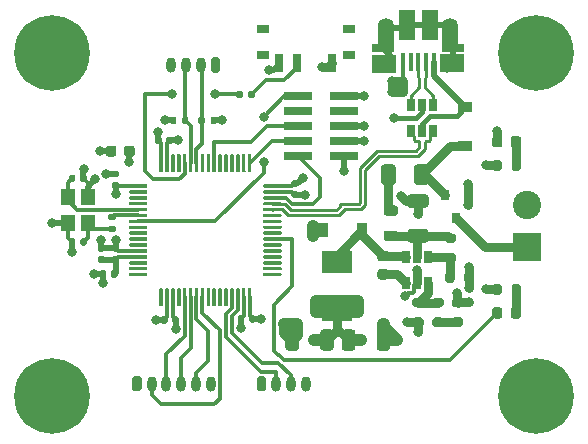
<source format=gbr>
%TF.GenerationSoftware,KiCad,Pcbnew,(5.1.10)-1*%
%TF.CreationDate,2021-06-24T16:14:03-07:00*%
%TF.ProjectId,stm32l476rg,73746d33-326c-4343-9736-72672e6b6963,rev?*%
%TF.SameCoordinates,Original*%
%TF.FileFunction,Copper,L1,Top*%
%TF.FilePolarity,Positive*%
%FSLAX46Y46*%
G04 Gerber Fmt 4.6, Leading zero omitted, Abs format (unit mm)*
G04 Created by KiCad (PCBNEW (5.1.10)-1) date 2021-06-24 16:14:03*
%MOMM*%
%LPD*%
G01*
G04 APERTURE LIST*
%TA.AperFunction,SMDPad,CuDef*%
%ADD10R,1.200000X1.400000*%
%TD*%
%TA.AperFunction,SMDPad,CuDef*%
%ADD11R,2.400000X0.740000*%
%TD*%
%TA.AperFunction,SMDPad,CuDef*%
%ADD12R,1.350000X2.000000*%
%TD*%
%TA.AperFunction,SMDPad,CuDef*%
%ADD13R,1.825000X0.700000*%
%TD*%
%TA.AperFunction,SMDPad,CuDef*%
%ADD14R,2.000000X1.500000*%
%TD*%
%TA.AperFunction,SMDPad,CuDef*%
%ADD15R,0.400000X1.650000*%
%TD*%
%TA.AperFunction,ComponentPad*%
%ADD16O,1.100000X1.500000*%
%TD*%
%TA.AperFunction,ComponentPad*%
%ADD17O,1.350000X1.700000*%
%TD*%
%TA.AperFunction,SMDPad,CuDef*%
%ADD18R,1.430000X2.500000*%
%TD*%
%TA.AperFunction,SMDPad,CuDef*%
%ADD19R,1.200000X0.900000*%
%TD*%
%TA.AperFunction,SMDPad,CuDef*%
%ADD20R,0.900000X1.200000*%
%TD*%
%TA.AperFunction,ComponentPad*%
%ADD21C,0.800000*%
%TD*%
%TA.AperFunction,ComponentPad*%
%ADD22C,6.400000*%
%TD*%
%TA.AperFunction,ComponentPad*%
%ADD23O,0.800000X1.300000*%
%TD*%
%TA.AperFunction,ComponentPad*%
%ADD24R,2.400000X2.400000*%
%TD*%
%TA.AperFunction,ComponentPad*%
%ADD25C,2.400000*%
%TD*%
%TA.AperFunction,SMDPad,CuDef*%
%ADD26R,2.500000X1.900000*%
%TD*%
%TA.AperFunction,SMDPad,CuDef*%
%ADD27R,0.800000X0.900000*%
%TD*%
%TA.AperFunction,SMDPad,CuDef*%
%ADD28R,1.000000X0.800000*%
%TD*%
%TA.AperFunction,SMDPad,CuDef*%
%ADD29R,0.700000X1.500000*%
%TD*%
%TA.AperFunction,SMDPad,CuDef*%
%ADD30R,0.650000X1.060000*%
%TD*%
%TA.AperFunction,ViaPad*%
%ADD31C,0.800000*%
%TD*%
%TA.AperFunction,Conductor*%
%ADD32C,0.300000*%
%TD*%
%TA.AperFunction,Conductor*%
%ADD33C,0.500000*%
%TD*%
%TA.AperFunction,Conductor*%
%ADD34C,0.750000*%
%TD*%
%TA.AperFunction,Conductor*%
%ADD35C,1.000000*%
%TD*%
%TA.AperFunction,Conductor*%
%ADD36C,0.400000*%
%TD*%
%TA.AperFunction,Conductor*%
%ADD37C,0.261112*%
%TD*%
G04 APERTURE END LIST*
D10*
%TO.P,Y1,4*%
%TO.N,GND*%
X112050000Y-120200000D03*
%TO.P,Y1,3*%
%TO.N,Net-(C14-Pad2)*%
X112050000Y-122400000D03*
%TO.P,Y1,2*%
%TO.N,GND*%
X110350000Y-122400000D03*
%TO.P,Y1,1*%
%TO.N,HSE_IN*%
X110350000Y-120200000D03*
%TD*%
%TO.P,R2,2*%
%TO.N,I2C1_SDA*%
%TA.AperFunction,SMDPad,CuDef*%
G36*
G01*
X120030000Y-113885000D02*
X120030000Y-113515000D01*
G75*
G02*
X120165000Y-113380000I135000J0D01*
G01*
X120435000Y-113380000D01*
G75*
G02*
X120570000Y-113515000I0J-135000D01*
G01*
X120570000Y-113885000D01*
G75*
G02*
X120435000Y-114020000I-135000J0D01*
G01*
X120165000Y-114020000D01*
G75*
G02*
X120030000Y-113885000I0J135000D01*
G01*
G37*
%TD.AperFunction*%
%TO.P,R2,1*%
%TO.N,+3V3*%
%TA.AperFunction,SMDPad,CuDef*%
G36*
G01*
X119010000Y-113885000D02*
X119010000Y-113515000D01*
G75*
G02*
X119145000Y-113380000I135000J0D01*
G01*
X119415000Y-113380000D01*
G75*
G02*
X119550000Y-113515000I0J-135000D01*
G01*
X119550000Y-113885000D01*
G75*
G02*
X119415000Y-114020000I-135000J0D01*
G01*
X119145000Y-114020000D01*
G75*
G02*
X119010000Y-113885000I0J135000D01*
G01*
G37*
%TD.AperFunction*%
%TD*%
%TO.P,R1,2*%
%TO.N,I2C1_SCL*%
%TA.AperFunction,SMDPad,CuDef*%
G36*
G01*
X121960000Y-113515000D02*
X121960000Y-113885000D01*
G75*
G02*
X121825000Y-114020000I-135000J0D01*
G01*
X121555000Y-114020000D01*
G75*
G02*
X121420000Y-113885000I0J135000D01*
G01*
X121420000Y-113515000D01*
G75*
G02*
X121555000Y-113380000I135000J0D01*
G01*
X121825000Y-113380000D01*
G75*
G02*
X121960000Y-113515000I0J-135000D01*
G01*
G37*
%TD.AperFunction*%
%TO.P,R1,1*%
%TO.N,+3V3*%
%TA.AperFunction,SMDPad,CuDef*%
G36*
G01*
X122980000Y-113515000D02*
X122980000Y-113885000D01*
G75*
G02*
X122845000Y-114020000I-135000J0D01*
G01*
X122575000Y-114020000D01*
G75*
G02*
X122440000Y-113885000I0J135000D01*
G01*
X122440000Y-113515000D01*
G75*
G02*
X122575000Y-113380000I135000J0D01*
G01*
X122845000Y-113380000D01*
G75*
G02*
X122980000Y-113515000I0J-135000D01*
G01*
G37*
%TD.AperFunction*%
%TD*%
D11*
%TO.P,J4,10*%
%TO.N,NRST*%
X129850000Y-111660000D03*
%TO.P,J4,9*%
%TO.N,GND*%
X133750000Y-111660000D03*
%TO.P,J4,8*%
%TO.N,Net-(J4-Pad8)*%
X129850000Y-112930000D03*
%TO.P,J4,7*%
%TO.N,Net-(J4-Pad7)*%
X133750000Y-112930000D03*
%TO.P,J4,6*%
%TO.N,SWO*%
X129850000Y-114200000D03*
%TO.P,J4,5*%
%TO.N,GND*%
X133750000Y-114200000D03*
%TO.P,J4,4*%
%TO.N,SWCLK*%
X129850000Y-115470000D03*
%TO.P,J4,3*%
%TO.N,GND*%
X133750000Y-115470000D03*
%TO.P,J4,2*%
%TO.N,SWIDO*%
X129850000Y-116740000D03*
%TO.P,J4,1*%
%TO.N,+3V3*%
X133750000Y-116740000D03*
%TD*%
D12*
%TO.P,J5,6*%
%TO.N,Net-(J5-Pad6)*%
X137275000Y-106815000D03*
X142755000Y-106815000D03*
D13*
X142975000Y-107565000D03*
X137025000Y-107565000D03*
D14*
X142875000Y-108865000D03*
X137125000Y-108885000D03*
D15*
%TO.P,J5,1*%
%TO.N,+5V*%
X141325000Y-108765000D03*
%TO.P,J5,2*%
%TO.N,USB_CONN_D-*%
X140675000Y-108765000D03*
%TO.P,J5,3*%
%TO.N,USB_CONN_D+*%
X140025000Y-108765000D03*
%TO.P,J5,4*%
%TO.N,Net-(J5-Pad4)*%
X139375000Y-108765000D03*
%TO.P,J5,5*%
%TO.N,GND*%
X138725000Y-108765000D03*
D16*
%TO.P,J5,6*%
%TO.N,Net-(J5-Pad6)*%
X142445000Y-108885000D03*
X137605000Y-108885000D03*
D17*
X142755000Y-105885000D03*
X137295000Y-105885000D03*
D18*
X140985000Y-105615000D03*
X139065000Y-105615000D03*
%TD*%
%TO.P,C1,2*%
%TO.N,GND*%
%TA.AperFunction,SMDPad,CuDef*%
G36*
G01*
X114475000Y-116050000D02*
X114475000Y-116550000D01*
G75*
G02*
X114250000Y-116775000I-225000J0D01*
G01*
X113800000Y-116775000D01*
G75*
G02*
X113575000Y-116550000I0J225000D01*
G01*
X113575000Y-116050000D01*
G75*
G02*
X113800000Y-115825000I225000J0D01*
G01*
X114250000Y-115825000D01*
G75*
G02*
X114475000Y-116050000I0J-225000D01*
G01*
G37*
%TD.AperFunction*%
%TO.P,C1,1*%
%TO.N,+3V3*%
%TA.AperFunction,SMDPad,CuDef*%
G36*
G01*
X116025000Y-116050000D02*
X116025000Y-116550000D01*
G75*
G02*
X115800000Y-116775000I-225000J0D01*
G01*
X115350000Y-116775000D01*
G75*
G02*
X115125000Y-116550000I0J225000D01*
G01*
X115125000Y-116050000D01*
G75*
G02*
X115350000Y-115825000I225000J0D01*
G01*
X115800000Y-115825000D01*
G75*
G02*
X116025000Y-116050000I0J-225000D01*
G01*
G37*
%TD.AperFunction*%
%TD*%
%TO.P,C2,2*%
%TO.N,GND*%
%TA.AperFunction,SMDPad,CuDef*%
G36*
G01*
X114570000Y-118520000D02*
X114230000Y-118520000D01*
G75*
G02*
X114090000Y-118380000I0J140000D01*
G01*
X114090000Y-118100000D01*
G75*
G02*
X114230000Y-117960000I140000J0D01*
G01*
X114570000Y-117960000D01*
G75*
G02*
X114710000Y-118100000I0J-140000D01*
G01*
X114710000Y-118380000D01*
G75*
G02*
X114570000Y-118520000I-140000J0D01*
G01*
G37*
%TD.AperFunction*%
%TO.P,C2,1*%
%TO.N,+3V3*%
%TA.AperFunction,SMDPad,CuDef*%
G36*
G01*
X114570000Y-119480000D02*
X114230000Y-119480000D01*
G75*
G02*
X114090000Y-119340000I0J140000D01*
G01*
X114090000Y-119060000D01*
G75*
G02*
X114230000Y-118920000I140000J0D01*
G01*
X114570000Y-118920000D01*
G75*
G02*
X114710000Y-119060000I0J-140000D01*
G01*
X114710000Y-119340000D01*
G75*
G02*
X114570000Y-119480000I-140000J0D01*
G01*
G37*
%TD.AperFunction*%
%TD*%
%TO.P,C3,1*%
%TO.N,+3V3*%
%TA.AperFunction,SMDPad,CuDef*%
G36*
G01*
X119760000Y-130430000D02*
X119760000Y-130770000D01*
G75*
G02*
X119620000Y-130910000I-140000J0D01*
G01*
X119340000Y-130910000D01*
G75*
G02*
X119200000Y-130770000I0J140000D01*
G01*
X119200000Y-130430000D01*
G75*
G02*
X119340000Y-130290000I140000J0D01*
G01*
X119620000Y-130290000D01*
G75*
G02*
X119760000Y-130430000I0J-140000D01*
G01*
G37*
%TD.AperFunction*%
%TO.P,C3,2*%
%TO.N,GND*%
%TA.AperFunction,SMDPad,CuDef*%
G36*
G01*
X118800000Y-130430000D02*
X118800000Y-130770000D01*
G75*
G02*
X118660000Y-130910000I-140000J0D01*
G01*
X118380000Y-130910000D01*
G75*
G02*
X118240000Y-130770000I0J140000D01*
G01*
X118240000Y-130430000D01*
G75*
G02*
X118380000Y-130290000I140000J0D01*
G01*
X118660000Y-130290000D01*
G75*
G02*
X118800000Y-130430000I0J-140000D01*
G01*
G37*
%TD.AperFunction*%
%TD*%
%TO.P,C4,2*%
%TO.N,GND*%
%TA.AperFunction,SMDPad,CuDef*%
G36*
G01*
X125300000Y-130330000D02*
X125300000Y-130670000D01*
G75*
G02*
X125160000Y-130810000I-140000J0D01*
G01*
X124880000Y-130810000D01*
G75*
G02*
X124740000Y-130670000I0J140000D01*
G01*
X124740000Y-130330000D01*
G75*
G02*
X124880000Y-130190000I140000J0D01*
G01*
X125160000Y-130190000D01*
G75*
G02*
X125300000Y-130330000I0J-140000D01*
G01*
G37*
%TD.AperFunction*%
%TO.P,C4,1*%
%TO.N,+3V3*%
%TA.AperFunction,SMDPad,CuDef*%
G36*
G01*
X126260000Y-130330000D02*
X126260000Y-130670000D01*
G75*
G02*
X126120000Y-130810000I-140000J0D01*
G01*
X125840000Y-130810000D01*
G75*
G02*
X125700000Y-130670000I0J140000D01*
G01*
X125700000Y-130330000D01*
G75*
G02*
X125840000Y-130190000I140000J0D01*
G01*
X126120000Y-130190000D01*
G75*
G02*
X126260000Y-130330000I0J-140000D01*
G01*
G37*
%TD.AperFunction*%
%TD*%
%TO.P,C5,2*%
%TO.N,GND*%
%TA.AperFunction,SMDPad,CuDef*%
G36*
G01*
X118700000Y-115570000D02*
X118700000Y-115230000D01*
G75*
G02*
X118840000Y-115090000I140000J0D01*
G01*
X119120000Y-115090000D01*
G75*
G02*
X119260000Y-115230000I0J-140000D01*
G01*
X119260000Y-115570000D01*
G75*
G02*
X119120000Y-115710000I-140000J0D01*
G01*
X118840000Y-115710000D01*
G75*
G02*
X118700000Y-115570000I0J140000D01*
G01*
G37*
%TD.AperFunction*%
%TO.P,C5,1*%
%TO.N,+3V3*%
%TA.AperFunction,SMDPad,CuDef*%
G36*
G01*
X117740000Y-115570000D02*
X117740000Y-115230000D01*
G75*
G02*
X117880000Y-115090000I140000J0D01*
G01*
X118160000Y-115090000D01*
G75*
G02*
X118300000Y-115230000I0J-140000D01*
G01*
X118300000Y-115570000D01*
G75*
G02*
X118160000Y-115710000I-140000J0D01*
G01*
X117880000Y-115710000D01*
G75*
G02*
X117740000Y-115570000I0J140000D01*
G01*
G37*
%TD.AperFunction*%
%TD*%
%TO.P,C6,1*%
%TO.N,+3V3*%
%TA.AperFunction,SMDPad,CuDef*%
G36*
G01*
X129430000Y-118740000D02*
X129770000Y-118740000D01*
G75*
G02*
X129910000Y-118880000I0J-140000D01*
G01*
X129910000Y-119160000D01*
G75*
G02*
X129770000Y-119300000I-140000J0D01*
G01*
X129430000Y-119300000D01*
G75*
G02*
X129290000Y-119160000I0J140000D01*
G01*
X129290000Y-118880000D01*
G75*
G02*
X129430000Y-118740000I140000J0D01*
G01*
G37*
%TD.AperFunction*%
%TO.P,C6,2*%
%TO.N,GND*%
%TA.AperFunction,SMDPad,CuDef*%
G36*
G01*
X129430000Y-119700000D02*
X129770000Y-119700000D01*
G75*
G02*
X129910000Y-119840000I0J-140000D01*
G01*
X129910000Y-120120000D01*
G75*
G02*
X129770000Y-120260000I-140000J0D01*
G01*
X129430000Y-120260000D01*
G75*
G02*
X129290000Y-120120000I0J140000D01*
G01*
X129290000Y-119840000D01*
G75*
G02*
X129430000Y-119700000I140000J0D01*
G01*
G37*
%TD.AperFunction*%
%TD*%
%TO.P,C7,1*%
%TO.N,BUCK_SW*%
%TA.AperFunction,SMDPad,CuDef*%
G36*
G01*
X136800000Y-124725000D02*
X137300000Y-124725000D01*
G75*
G02*
X137525000Y-124950000I0J-225000D01*
G01*
X137525000Y-125400000D01*
G75*
G02*
X137300000Y-125625000I-225000J0D01*
G01*
X136800000Y-125625000D01*
G75*
G02*
X136575000Y-125400000I0J225000D01*
G01*
X136575000Y-124950000D01*
G75*
G02*
X136800000Y-124725000I225000J0D01*
G01*
G37*
%TD.AperFunction*%
%TO.P,C7,2*%
%TO.N,BUCK_BST*%
%TA.AperFunction,SMDPad,CuDef*%
G36*
G01*
X136800000Y-126275000D02*
X137300000Y-126275000D01*
G75*
G02*
X137525000Y-126500000I0J-225000D01*
G01*
X137525000Y-126950000D01*
G75*
G02*
X137300000Y-127175000I-225000J0D01*
G01*
X136800000Y-127175000D01*
G75*
G02*
X136575000Y-126950000I0J225000D01*
G01*
X136575000Y-126500000D01*
G75*
G02*
X136800000Y-126275000I225000J0D01*
G01*
G37*
%TD.AperFunction*%
%TD*%
%TO.P,C8,2*%
%TO.N,GND*%
%TA.AperFunction,SMDPad,CuDef*%
G36*
G01*
X113370000Y-124800000D02*
X113030000Y-124800000D01*
G75*
G02*
X112890000Y-124660000I0J140000D01*
G01*
X112890000Y-124380000D01*
G75*
G02*
X113030000Y-124240000I140000J0D01*
G01*
X113370000Y-124240000D01*
G75*
G02*
X113510000Y-124380000I0J-140000D01*
G01*
X113510000Y-124660000D01*
G75*
G02*
X113370000Y-124800000I-140000J0D01*
G01*
G37*
%TD.AperFunction*%
%TO.P,C8,1*%
%TO.N,+3.3VA*%
%TA.AperFunction,SMDPad,CuDef*%
G36*
G01*
X113370000Y-125760000D02*
X113030000Y-125760000D01*
G75*
G02*
X112890000Y-125620000I0J140000D01*
G01*
X112890000Y-125340000D01*
G75*
G02*
X113030000Y-125200000I140000J0D01*
G01*
X113370000Y-125200000D01*
G75*
G02*
X113510000Y-125340000I0J-140000D01*
G01*
X113510000Y-125620000D01*
G75*
G02*
X113370000Y-125760000I-140000J0D01*
G01*
G37*
%TD.AperFunction*%
%TD*%
%TO.P,C9,1*%
%TO.N,+3.3VA*%
%TA.AperFunction,SMDPad,CuDef*%
G36*
G01*
X114570000Y-125760000D02*
X114230000Y-125760000D01*
G75*
G02*
X114090000Y-125620000I0J140000D01*
G01*
X114090000Y-125340000D01*
G75*
G02*
X114230000Y-125200000I140000J0D01*
G01*
X114570000Y-125200000D01*
G75*
G02*
X114710000Y-125340000I0J-140000D01*
G01*
X114710000Y-125620000D01*
G75*
G02*
X114570000Y-125760000I-140000J0D01*
G01*
G37*
%TD.AperFunction*%
%TO.P,C9,2*%
%TO.N,GND*%
%TA.AperFunction,SMDPad,CuDef*%
G36*
G01*
X114570000Y-124800000D02*
X114230000Y-124800000D01*
G75*
G02*
X114090000Y-124660000I0J140000D01*
G01*
X114090000Y-124380000D01*
G75*
G02*
X114230000Y-124240000I140000J0D01*
G01*
X114570000Y-124240000D01*
G75*
G02*
X114710000Y-124380000I0J-140000D01*
G01*
X114710000Y-124660000D01*
G75*
G02*
X114570000Y-124800000I-140000J0D01*
G01*
G37*
%TD.AperFunction*%
%TD*%
%TO.P,C10,2*%
%TO.N,BUCK_IN*%
%TA.AperFunction,SMDPad,CuDef*%
G36*
G01*
X139349999Y-122900000D02*
X140650001Y-122900000D01*
G75*
G02*
X140900000Y-123149999I0J-249999D01*
G01*
X140900000Y-123800001D01*
G75*
G02*
X140650001Y-124050000I-249999J0D01*
G01*
X139349999Y-124050000D01*
G75*
G02*
X139100000Y-123800001I0J249999D01*
G01*
X139100000Y-123149999D01*
G75*
G02*
X139349999Y-122900000I249999J0D01*
G01*
G37*
%TD.AperFunction*%
%TO.P,C10,1*%
%TO.N,GND*%
%TA.AperFunction,SMDPad,CuDef*%
G36*
G01*
X139349999Y-119950000D02*
X140650001Y-119950000D01*
G75*
G02*
X140900000Y-120199999I0J-249999D01*
G01*
X140900000Y-120850001D01*
G75*
G02*
X140650001Y-121100000I-249999J0D01*
G01*
X139349999Y-121100000D01*
G75*
G02*
X139100000Y-120850001I0J249999D01*
G01*
X139100000Y-120199999D01*
G75*
G02*
X139349999Y-119950000I249999J0D01*
G01*
G37*
%TD.AperFunction*%
%TD*%
%TO.P,C11,2*%
%TO.N,+3V3*%
%TA.AperFunction,SMDPad,CuDef*%
G36*
G01*
X134700000Y-131649999D02*
X134700000Y-132950001D01*
G75*
G02*
X134450001Y-133200000I-249999J0D01*
G01*
X133799999Y-133200000D01*
G75*
G02*
X133550000Y-132950001I0J249999D01*
G01*
X133550000Y-131649999D01*
G75*
G02*
X133799999Y-131400000I249999J0D01*
G01*
X134450001Y-131400000D01*
G75*
G02*
X134700000Y-131649999I0J-249999D01*
G01*
G37*
%TD.AperFunction*%
%TO.P,C11,1*%
%TO.N,GND*%
%TA.AperFunction,SMDPad,CuDef*%
G36*
G01*
X137650000Y-131649999D02*
X137650000Y-132950001D01*
G75*
G02*
X137400001Y-133200000I-249999J0D01*
G01*
X136749999Y-133200000D01*
G75*
G02*
X136500000Y-132950001I0J249999D01*
G01*
X136500000Y-131649999D01*
G75*
G02*
X136749999Y-131400000I249999J0D01*
G01*
X137400001Y-131400000D01*
G75*
G02*
X137650000Y-131649999I0J-249999D01*
G01*
G37*
%TD.AperFunction*%
%TD*%
%TO.P,C12,1*%
%TO.N,GND*%
%TA.AperFunction,SMDPad,CuDef*%
G36*
G01*
X128775000Y-132950001D02*
X128775000Y-131649999D01*
G75*
G02*
X129024999Y-131400000I249999J0D01*
G01*
X129675001Y-131400000D01*
G75*
G02*
X129925000Y-131649999I0J-249999D01*
G01*
X129925000Y-132950001D01*
G75*
G02*
X129675001Y-133200000I-249999J0D01*
G01*
X129024999Y-133200000D01*
G75*
G02*
X128775000Y-132950001I0J249999D01*
G01*
G37*
%TD.AperFunction*%
%TO.P,C12,2*%
%TO.N,+3V3*%
%TA.AperFunction,SMDPad,CuDef*%
G36*
G01*
X131725000Y-132950001D02*
X131725000Y-131649999D01*
G75*
G02*
X131974999Y-131400000I249999J0D01*
G01*
X132625001Y-131400000D01*
G75*
G02*
X132875000Y-131649999I0J-249999D01*
G01*
X132875000Y-132950001D01*
G75*
G02*
X132625001Y-133200000I-249999J0D01*
G01*
X131974999Y-133200000D01*
G75*
G02*
X131725000Y-132950001I0J249999D01*
G01*
G37*
%TD.AperFunction*%
%TD*%
%TO.P,C13,1*%
%TO.N,GND*%
%TA.AperFunction,SMDPad,CuDef*%
G36*
G01*
X111960000Y-118430000D02*
X111960000Y-118770000D01*
G75*
G02*
X111820000Y-118910000I-140000J0D01*
G01*
X111540000Y-118910000D01*
G75*
G02*
X111400000Y-118770000I0J140000D01*
G01*
X111400000Y-118430000D01*
G75*
G02*
X111540000Y-118290000I140000J0D01*
G01*
X111820000Y-118290000D01*
G75*
G02*
X111960000Y-118430000I0J-140000D01*
G01*
G37*
%TD.AperFunction*%
%TO.P,C13,2*%
%TO.N,HSE_IN*%
%TA.AperFunction,SMDPad,CuDef*%
G36*
G01*
X111000000Y-118430000D02*
X111000000Y-118770000D01*
G75*
G02*
X110860000Y-118910000I-140000J0D01*
G01*
X110580000Y-118910000D01*
G75*
G02*
X110440000Y-118770000I0J140000D01*
G01*
X110440000Y-118430000D01*
G75*
G02*
X110580000Y-118290000I140000J0D01*
G01*
X110860000Y-118290000D01*
G75*
G02*
X111000000Y-118430000I0J-140000D01*
G01*
G37*
%TD.AperFunction*%
%TD*%
%TO.P,C14,2*%
%TO.N,Net-(C14-Pad2)*%
%TA.AperFunction,SMDPad,CuDef*%
G36*
G01*
X111400000Y-124170000D02*
X111400000Y-123830000D01*
G75*
G02*
X111540000Y-123690000I140000J0D01*
G01*
X111820000Y-123690000D01*
G75*
G02*
X111960000Y-123830000I0J-140000D01*
G01*
X111960000Y-124170000D01*
G75*
G02*
X111820000Y-124310000I-140000J0D01*
G01*
X111540000Y-124310000D01*
G75*
G02*
X111400000Y-124170000I0J140000D01*
G01*
G37*
%TD.AperFunction*%
%TO.P,C14,1*%
%TO.N,GND*%
%TA.AperFunction,SMDPad,CuDef*%
G36*
G01*
X110440000Y-124170000D02*
X110440000Y-123830000D01*
G75*
G02*
X110580000Y-123690000I140000J0D01*
G01*
X110860000Y-123690000D01*
G75*
G02*
X111000000Y-123830000I0J-140000D01*
G01*
X111000000Y-124170000D01*
G75*
G02*
X110860000Y-124310000I-140000J0D01*
G01*
X110580000Y-124310000D01*
G75*
G02*
X110440000Y-124170000I0J140000D01*
G01*
G37*
%TD.AperFunction*%
%TD*%
D19*
%TO.P,D1,1*%
%TO.N,Net-(D1-Pad1)*%
X144000000Y-115900000D03*
%TO.P,D1,2*%
%TO.N,+5V*%
X144000000Y-112600000D03*
%TD*%
D20*
%TO.P,D2,2*%
%TO.N,GND*%
X132000000Y-123000000D03*
%TO.P,D2,1*%
%TO.N,BUCK_SW*%
X135300000Y-123000000D03*
%TD*%
%TO.P,D3,1*%
%TO.N,Net-(D3-Pad1)*%
%TA.AperFunction,SMDPad,CuDef*%
G36*
G01*
X148725000Y-115243750D02*
X148725000Y-115756250D01*
G75*
G02*
X148506250Y-115975000I-218750J0D01*
G01*
X148068750Y-115975000D01*
G75*
G02*
X147850000Y-115756250I0J218750D01*
G01*
X147850000Y-115243750D01*
G75*
G02*
X148068750Y-115025000I218750J0D01*
G01*
X148506250Y-115025000D01*
G75*
G02*
X148725000Y-115243750I0J-218750D01*
G01*
G37*
%TD.AperFunction*%
%TO.P,D3,2*%
%TO.N,+3V3*%
%TA.AperFunction,SMDPad,CuDef*%
G36*
G01*
X147150000Y-115243750D02*
X147150000Y-115756250D01*
G75*
G02*
X146931250Y-115975000I-218750J0D01*
G01*
X146493750Y-115975000D01*
G75*
G02*
X146275000Y-115756250I0J218750D01*
G01*
X146275000Y-115243750D01*
G75*
G02*
X146493750Y-115025000I218750J0D01*
G01*
X146931250Y-115025000D01*
G75*
G02*
X147150000Y-115243750I0J-218750D01*
G01*
G37*
%TD.AperFunction*%
%TD*%
%TO.P,D4,1*%
%TO.N,Net-(D4-Pad1)*%
%TA.AperFunction,SMDPad,CuDef*%
G36*
G01*
X148725000Y-129743750D02*
X148725000Y-130256250D01*
G75*
G02*
X148506250Y-130475000I-218750J0D01*
G01*
X148068750Y-130475000D01*
G75*
G02*
X147850000Y-130256250I0J218750D01*
G01*
X147850000Y-129743750D01*
G75*
G02*
X148068750Y-129525000I218750J0D01*
G01*
X148506250Y-129525000D01*
G75*
G02*
X148725000Y-129743750I0J-218750D01*
G01*
G37*
%TD.AperFunction*%
%TO.P,D4,2*%
%TO.N,LED_STATUS*%
%TA.AperFunction,SMDPad,CuDef*%
G36*
G01*
X147150000Y-129743750D02*
X147150000Y-130256250D01*
G75*
G02*
X146931250Y-130475000I-218750J0D01*
G01*
X146493750Y-130475000D01*
G75*
G02*
X146275000Y-130256250I0J218750D01*
G01*
X146275000Y-129743750D01*
G75*
G02*
X146493750Y-129525000I218750J0D01*
G01*
X146931250Y-129525000D01*
G75*
G02*
X147150000Y-129743750I0J-218750D01*
G01*
G37*
%TD.AperFunction*%
%TD*%
%TO.P,F1,1*%
%TO.N,Net-(F1-Pad1)*%
%TA.AperFunction,SMDPad,CuDef*%
G36*
G01*
X136875000Y-118925000D02*
X136875000Y-117675000D01*
G75*
G02*
X137125000Y-117425000I250000J0D01*
G01*
X137875000Y-117425000D01*
G75*
G02*
X138125000Y-117675000I0J-250000D01*
G01*
X138125000Y-118925000D01*
G75*
G02*
X137875000Y-119175000I-250000J0D01*
G01*
X137125000Y-119175000D01*
G75*
G02*
X136875000Y-118925000I0J250000D01*
G01*
G37*
%TD.AperFunction*%
%TO.P,F1,2*%
%TO.N,Net-(D1-Pad1)*%
%TA.AperFunction,SMDPad,CuDef*%
G36*
G01*
X139675000Y-118925000D02*
X139675000Y-117675000D01*
G75*
G02*
X139925000Y-117425000I250000J0D01*
G01*
X140675000Y-117425000D01*
G75*
G02*
X140925000Y-117675000I0J-250000D01*
G01*
X140925000Y-118925000D01*
G75*
G02*
X140675000Y-119175000I-250000J0D01*
G01*
X139925000Y-119175000D01*
G75*
G02*
X139675000Y-118925000I0J250000D01*
G01*
G37*
%TD.AperFunction*%
%TD*%
%TO.P,FB1,1*%
%TO.N,BUCK_IN*%
%TA.AperFunction,SMDPad,CuDef*%
G36*
G01*
X138081250Y-123900000D02*
X137318750Y-123900000D01*
G75*
G02*
X137100000Y-123681250I0J218750D01*
G01*
X137100000Y-123243750D01*
G75*
G02*
X137318750Y-123025000I218750J0D01*
G01*
X138081250Y-123025000D01*
G75*
G02*
X138300000Y-123243750I0J-218750D01*
G01*
X138300000Y-123681250D01*
G75*
G02*
X138081250Y-123900000I-218750J0D01*
G01*
G37*
%TD.AperFunction*%
%TO.P,FB1,2*%
%TO.N,Net-(F1-Pad1)*%
%TA.AperFunction,SMDPad,CuDef*%
G36*
G01*
X138081250Y-121775000D02*
X137318750Y-121775000D01*
G75*
G02*
X137100000Y-121556250I0J218750D01*
G01*
X137100000Y-121118750D01*
G75*
G02*
X137318750Y-120900000I218750J0D01*
G01*
X138081250Y-120900000D01*
G75*
G02*
X138300000Y-121118750I0J-218750D01*
G01*
X138300000Y-121556250D01*
G75*
G02*
X138081250Y-121775000I-218750J0D01*
G01*
G37*
%TD.AperFunction*%
%TD*%
D21*
%TO.P,H1,1*%
%TO.N,GND*%
X110697056Y-106302944D03*
X109000000Y-105600000D03*
X107302944Y-106302944D03*
X106600000Y-108000000D03*
X107302944Y-109697056D03*
X109000000Y-110400000D03*
X110697056Y-109697056D03*
X111400000Y-108000000D03*
D22*
X109000000Y-108000000D03*
%TD*%
D21*
%TO.P,H2,1*%
%TO.N,GND*%
X151697056Y-106302944D03*
X150000000Y-105600000D03*
X148302944Y-106302944D03*
X147600000Y-108000000D03*
X148302944Y-109697056D03*
X150000000Y-110400000D03*
X151697056Y-109697056D03*
X152400000Y-108000000D03*
D22*
X150000000Y-108000000D03*
%TD*%
%TO.P,H3,1*%
%TO.N,GND*%
X109000000Y-137000000D03*
D21*
X111400000Y-137000000D03*
X110697056Y-138697056D03*
X109000000Y-139400000D03*
X107302944Y-138697056D03*
X106600000Y-137000000D03*
X107302944Y-135302944D03*
X109000000Y-134600000D03*
X110697056Y-135302944D03*
%TD*%
%TO.P,H4,1*%
%TO.N,GND*%
X151697056Y-135302944D03*
X150000000Y-134600000D03*
X148302944Y-135302944D03*
X147600000Y-137000000D03*
X148302944Y-138697056D03*
X150000000Y-139400000D03*
X151697056Y-138697056D03*
X152400000Y-137000000D03*
D22*
X150000000Y-137000000D03*
%TD*%
D23*
%TO.P,J1,4*%
%TO.N,GND*%
X130500000Y-136000000D03*
%TO.P,J1,3*%
%TO.N,UART3_RX*%
X129250000Y-136000000D03*
%TO.P,J1,2*%
%TO.N,UART3_TX*%
X128000000Y-136000000D03*
%TO.P,J1,1*%
%TO.N,+3V3*%
%TA.AperFunction,ComponentPad*%
G36*
G01*
X126350000Y-136450000D02*
X126350000Y-135550000D01*
G75*
G02*
X126550000Y-135350000I200000J0D01*
G01*
X126950000Y-135350000D01*
G75*
G02*
X127150000Y-135550000I0J-200000D01*
G01*
X127150000Y-136450000D01*
G75*
G02*
X126950000Y-136650000I-200000J0D01*
G01*
X126550000Y-136650000D01*
G75*
G02*
X126350000Y-136450000I0J200000D01*
G01*
G37*
%TD.AperFunction*%
%TD*%
%TO.P,J2,1*%
%TO.N,+3V3*%
%TA.AperFunction,ComponentPad*%
G36*
G01*
X123275000Y-108550000D02*
X123275000Y-109450000D01*
G75*
G02*
X123075000Y-109650000I-200000J0D01*
G01*
X122675000Y-109650000D01*
G75*
G02*
X122475000Y-109450000I0J200000D01*
G01*
X122475000Y-108550000D01*
G75*
G02*
X122675000Y-108350000I200000J0D01*
G01*
X123075000Y-108350000D01*
G75*
G02*
X123275000Y-108550000I0J-200000D01*
G01*
G37*
%TD.AperFunction*%
%TO.P,J2,2*%
%TO.N,I2C1_SCL*%
X121625000Y-109000000D03*
%TO.P,J2,3*%
%TO.N,I2C1_SDA*%
X120375000Y-109000000D03*
%TO.P,J2,4*%
%TO.N,GND*%
X119125000Y-109000000D03*
%TD*%
%TO.P,J3,1*%
%TO.N,+3V3*%
%TA.AperFunction,ComponentPad*%
G36*
G01*
X115800000Y-136450000D02*
X115800000Y-135550000D01*
G75*
G02*
X116000000Y-135350000I200000J0D01*
G01*
X116400000Y-135350000D01*
G75*
G02*
X116600000Y-135550000I0J-200000D01*
G01*
X116600000Y-136450000D01*
G75*
G02*
X116400000Y-136650000I-200000J0D01*
G01*
X116000000Y-136650000D01*
G75*
G02*
X115800000Y-136450000I0J200000D01*
G01*
G37*
%TD.AperFunction*%
%TO.P,J3,2*%
%TO.N,SPI1_CS1*%
X117450000Y-136000000D03*
%TO.P,J3,3*%
%TO.N,SPI1_SCK*%
X118700000Y-136000000D03*
%TO.P,J3,4*%
%TO.N,SPI1_MISO*%
X119950000Y-136000000D03*
%TO.P,J3,5*%
%TO.N,SPI1_MOSI*%
X121200000Y-136000000D03*
%TO.P,J3,6*%
%TO.N,GND*%
X122450000Y-136000000D03*
%TD*%
D24*
%TO.P,J6,1*%
%TO.N,+9V*%
X149250000Y-124400000D03*
D25*
%TO.P,J6,2*%
%TO.N,GND*%
X149250000Y-120900000D03*
%TD*%
%TO.P,L1,1*%
%TO.N,+3V3*%
%TA.AperFunction,SMDPad,CuDef*%
G36*
G01*
X113020000Y-126872500D02*
X113020000Y-126527500D01*
G75*
G02*
X113167500Y-126380000I147500J0D01*
G01*
X113462500Y-126380000D01*
G75*
G02*
X113610000Y-126527500I0J-147500D01*
G01*
X113610000Y-126872500D01*
G75*
G02*
X113462500Y-127020000I-147500J0D01*
G01*
X113167500Y-127020000D01*
G75*
G02*
X113020000Y-126872500I0J147500D01*
G01*
G37*
%TD.AperFunction*%
%TO.P,L1,2*%
%TO.N,+3.3VA*%
%TA.AperFunction,SMDPad,CuDef*%
G36*
G01*
X113990000Y-126872500D02*
X113990000Y-126527500D01*
G75*
G02*
X114137500Y-126380000I147500J0D01*
G01*
X114432500Y-126380000D01*
G75*
G02*
X114580000Y-126527500I0J-147500D01*
G01*
X114580000Y-126872500D01*
G75*
G02*
X114432500Y-127020000I-147500J0D01*
G01*
X114137500Y-127020000D01*
G75*
G02*
X113990000Y-126872500I0J147500D01*
G01*
G37*
%TD.AperFunction*%
%TD*%
D26*
%TO.P,L2,1*%
%TO.N,BUCK_SW*%
X133150000Y-125650000D03*
%TO.P,L2,2*%
%TO.N,+3V3*%
X133150000Y-129750000D03*
%TD*%
D27*
%TO.P,Q1,1*%
%TO.N,GND*%
X144200000Y-120000000D03*
%TO.P,Q1,2*%
%TO.N,Net-(D1-Pad1)*%
X142300000Y-120000000D03*
%TO.P,Q1,3*%
%TO.N,+9V*%
X143250000Y-122000000D03*
%TD*%
%TO.P,R3,2*%
%TO.N,BOOT0*%
%TA.AperFunction,SMDPad,CuDef*%
G36*
G01*
X125160000Y-111315000D02*
X125160000Y-111685000D01*
G75*
G02*
X125025000Y-111820000I-135000J0D01*
G01*
X124755000Y-111820000D01*
G75*
G02*
X124620000Y-111685000I0J135000D01*
G01*
X124620000Y-111315000D01*
G75*
G02*
X124755000Y-111180000I135000J0D01*
G01*
X125025000Y-111180000D01*
G75*
G02*
X125160000Y-111315000I0J-135000D01*
G01*
G37*
%TD.AperFunction*%
%TO.P,R3,1*%
%TO.N,Net-(R3-Pad1)*%
%TA.AperFunction,SMDPad,CuDef*%
G36*
G01*
X126180000Y-111315000D02*
X126180000Y-111685000D01*
G75*
G02*
X126045000Y-111820000I-135000J0D01*
G01*
X125775000Y-111820000D01*
G75*
G02*
X125640000Y-111685000I0J135000D01*
G01*
X125640000Y-111315000D01*
G75*
G02*
X125775000Y-111180000I135000J0D01*
G01*
X126045000Y-111180000D01*
G75*
G02*
X126180000Y-111315000I0J-135000D01*
G01*
G37*
%TD.AperFunction*%
%TD*%
%TO.P,R4,1*%
%TO.N,BUCK_IN*%
%TA.AperFunction,SMDPad,CuDef*%
G36*
G01*
X142475000Y-123275000D02*
X143025000Y-123275000D01*
G75*
G02*
X143225000Y-123475000I0J-200000D01*
G01*
X143225000Y-123875000D01*
G75*
G02*
X143025000Y-124075000I-200000J0D01*
G01*
X142475000Y-124075000D01*
G75*
G02*
X142275000Y-123875000I0J200000D01*
G01*
X142275000Y-123475000D01*
G75*
G02*
X142475000Y-123275000I200000J0D01*
G01*
G37*
%TD.AperFunction*%
%TO.P,R4,2*%
%TO.N,BUCK_EN*%
%TA.AperFunction,SMDPad,CuDef*%
G36*
G01*
X142475000Y-124925000D02*
X143025000Y-124925000D01*
G75*
G02*
X143225000Y-125125000I0J-200000D01*
G01*
X143225000Y-125525000D01*
G75*
G02*
X143025000Y-125725000I-200000J0D01*
G01*
X142475000Y-125725000D01*
G75*
G02*
X142275000Y-125525000I0J200000D01*
G01*
X142275000Y-125125000D01*
G75*
G02*
X142475000Y-124925000I200000J0D01*
G01*
G37*
%TD.AperFunction*%
%TD*%
%TO.P,R5,2*%
%TO.N,GND*%
%TA.AperFunction,SMDPad,CuDef*%
G36*
G01*
X143925000Y-127275000D02*
X143925000Y-126725000D01*
G75*
G02*
X144125000Y-126525000I200000J0D01*
G01*
X144525000Y-126525000D01*
G75*
G02*
X144725000Y-126725000I0J-200000D01*
G01*
X144725000Y-127275000D01*
G75*
G02*
X144525000Y-127475000I-200000J0D01*
G01*
X144125000Y-127475000D01*
G75*
G02*
X143925000Y-127275000I0J200000D01*
G01*
G37*
%TD.AperFunction*%
%TO.P,R5,1*%
%TO.N,BUCK_EN*%
%TA.AperFunction,SMDPad,CuDef*%
G36*
G01*
X142275000Y-127275000D02*
X142275000Y-126725000D01*
G75*
G02*
X142475000Y-126525000I200000J0D01*
G01*
X142875000Y-126525000D01*
G75*
G02*
X143075000Y-126725000I0J-200000D01*
G01*
X143075000Y-127275000D01*
G75*
G02*
X142875000Y-127475000I-200000J0D01*
G01*
X142475000Y-127475000D01*
G75*
G02*
X142275000Y-127275000I0J200000D01*
G01*
G37*
%TD.AperFunction*%
%TD*%
%TO.P,R6,2*%
%TO.N,BUCK_FB*%
%TA.AperFunction,SMDPad,CuDef*%
G36*
G01*
X140275000Y-129525000D02*
X139725000Y-129525000D01*
G75*
G02*
X139525000Y-129325000I0J200000D01*
G01*
X139525000Y-128925000D01*
G75*
G02*
X139725000Y-128725000I200000J0D01*
G01*
X140275000Y-128725000D01*
G75*
G02*
X140475000Y-128925000I0J-200000D01*
G01*
X140475000Y-129325000D01*
G75*
G02*
X140275000Y-129525000I-200000J0D01*
G01*
G37*
%TD.AperFunction*%
%TO.P,R6,1*%
%TO.N,+3V3*%
%TA.AperFunction,SMDPad,CuDef*%
G36*
G01*
X140275000Y-131175000D02*
X139725000Y-131175000D01*
G75*
G02*
X139525000Y-130975000I0J200000D01*
G01*
X139525000Y-130575000D01*
G75*
G02*
X139725000Y-130375000I200000J0D01*
G01*
X140275000Y-130375000D01*
G75*
G02*
X140475000Y-130575000I0J-200000D01*
G01*
X140475000Y-130975000D01*
G75*
G02*
X140275000Y-131175000I-200000J0D01*
G01*
G37*
%TD.AperFunction*%
%TD*%
%TO.P,R7,2*%
%TO.N,Net-(R7-Pad2)*%
%TA.AperFunction,SMDPad,CuDef*%
G36*
G01*
X141425000Y-130375000D02*
X141975000Y-130375000D01*
G75*
G02*
X142175000Y-130575000I0J-200000D01*
G01*
X142175000Y-130975000D01*
G75*
G02*
X141975000Y-131175000I-200000J0D01*
G01*
X141425000Y-131175000D01*
G75*
G02*
X141225000Y-130975000I0J200000D01*
G01*
X141225000Y-130575000D01*
G75*
G02*
X141425000Y-130375000I200000J0D01*
G01*
G37*
%TD.AperFunction*%
%TO.P,R7,1*%
%TO.N,BUCK_FB*%
%TA.AperFunction,SMDPad,CuDef*%
G36*
G01*
X141425000Y-128725000D02*
X141975000Y-128725000D01*
G75*
G02*
X142175000Y-128925000I0J-200000D01*
G01*
X142175000Y-129325000D01*
G75*
G02*
X141975000Y-129525000I-200000J0D01*
G01*
X141425000Y-129525000D01*
G75*
G02*
X141225000Y-129325000I0J200000D01*
G01*
X141225000Y-128925000D01*
G75*
G02*
X141425000Y-128725000I200000J0D01*
G01*
G37*
%TD.AperFunction*%
%TD*%
%TO.P,R8,2*%
%TO.N,GND*%
%TA.AperFunction,SMDPad,CuDef*%
G36*
G01*
X143625000Y-129525000D02*
X143075000Y-129525000D01*
G75*
G02*
X142875000Y-129325000I0J200000D01*
G01*
X142875000Y-128925000D01*
G75*
G02*
X143075000Y-128725000I200000J0D01*
G01*
X143625000Y-128725000D01*
G75*
G02*
X143825000Y-128925000I0J-200000D01*
G01*
X143825000Y-129325000D01*
G75*
G02*
X143625000Y-129525000I-200000J0D01*
G01*
G37*
%TD.AperFunction*%
%TO.P,R8,1*%
%TO.N,Net-(R7-Pad2)*%
%TA.AperFunction,SMDPad,CuDef*%
G36*
G01*
X143625000Y-131175000D02*
X143075000Y-131175000D01*
G75*
G02*
X142875000Y-130975000I0J200000D01*
G01*
X142875000Y-130575000D01*
G75*
G02*
X143075000Y-130375000I200000J0D01*
G01*
X143625000Y-130375000D01*
G75*
G02*
X143825000Y-130575000I0J-200000D01*
G01*
X143825000Y-130975000D01*
G75*
G02*
X143625000Y-131175000I-200000J0D01*
G01*
G37*
%TD.AperFunction*%
%TD*%
%TO.P,R9,1*%
%TO.N,HSE_OUT*%
%TA.AperFunction,SMDPad,CuDef*%
G36*
G01*
X113915000Y-121620000D02*
X114285000Y-121620000D01*
G75*
G02*
X114420000Y-121755000I0J-135000D01*
G01*
X114420000Y-122025000D01*
G75*
G02*
X114285000Y-122160000I-135000J0D01*
G01*
X113915000Y-122160000D01*
G75*
G02*
X113780000Y-122025000I0J135000D01*
G01*
X113780000Y-121755000D01*
G75*
G02*
X113915000Y-121620000I135000J0D01*
G01*
G37*
%TD.AperFunction*%
%TO.P,R9,2*%
%TO.N,Net-(C14-Pad2)*%
%TA.AperFunction,SMDPad,CuDef*%
G36*
G01*
X113915000Y-122640000D02*
X114285000Y-122640000D01*
G75*
G02*
X114420000Y-122775000I0J-135000D01*
G01*
X114420000Y-123045000D01*
G75*
G02*
X114285000Y-123180000I-135000J0D01*
G01*
X113915000Y-123180000D01*
G75*
G02*
X113780000Y-123045000I0J135000D01*
G01*
X113780000Y-122775000D01*
G75*
G02*
X113915000Y-122640000I135000J0D01*
G01*
G37*
%TD.AperFunction*%
%TD*%
%TO.P,R10,2*%
%TO.N,GND*%
%TA.AperFunction,SMDPad,CuDef*%
G36*
G01*
X147075000Y-117225000D02*
X147075000Y-117775000D01*
G75*
G02*
X146875000Y-117975000I-200000J0D01*
G01*
X146475000Y-117975000D01*
G75*
G02*
X146275000Y-117775000I0J200000D01*
G01*
X146275000Y-117225000D01*
G75*
G02*
X146475000Y-117025000I200000J0D01*
G01*
X146875000Y-117025000D01*
G75*
G02*
X147075000Y-117225000I0J-200000D01*
G01*
G37*
%TD.AperFunction*%
%TO.P,R10,1*%
%TO.N,Net-(D3-Pad1)*%
%TA.AperFunction,SMDPad,CuDef*%
G36*
G01*
X148725000Y-117225000D02*
X148725000Y-117775000D01*
G75*
G02*
X148525000Y-117975000I-200000J0D01*
G01*
X148125000Y-117975000D01*
G75*
G02*
X147925000Y-117775000I0J200000D01*
G01*
X147925000Y-117225000D01*
G75*
G02*
X148125000Y-117025000I200000J0D01*
G01*
X148525000Y-117025000D01*
G75*
G02*
X148725000Y-117225000I0J-200000D01*
G01*
G37*
%TD.AperFunction*%
%TD*%
%TO.P,R11,1*%
%TO.N,Net-(D4-Pad1)*%
%TA.AperFunction,SMDPad,CuDef*%
G36*
G01*
X148725000Y-127725000D02*
X148725000Y-128275000D01*
G75*
G02*
X148525000Y-128475000I-200000J0D01*
G01*
X148125000Y-128475000D01*
G75*
G02*
X147925000Y-128275000I0J200000D01*
G01*
X147925000Y-127725000D01*
G75*
G02*
X148125000Y-127525000I200000J0D01*
G01*
X148525000Y-127525000D01*
G75*
G02*
X148725000Y-127725000I0J-200000D01*
G01*
G37*
%TD.AperFunction*%
%TO.P,R11,2*%
%TO.N,GND*%
%TA.AperFunction,SMDPad,CuDef*%
G36*
G01*
X147075000Y-127725000D02*
X147075000Y-128275000D01*
G75*
G02*
X146875000Y-128475000I-200000J0D01*
G01*
X146475000Y-128475000D01*
G75*
G02*
X146275000Y-128275000I0J200000D01*
G01*
X146275000Y-127725000D01*
G75*
G02*
X146475000Y-127525000I200000J0D01*
G01*
X146875000Y-127525000D01*
G75*
G02*
X147075000Y-127725000I0J-200000D01*
G01*
G37*
%TD.AperFunction*%
%TD*%
D28*
%TO.P,SW1,*%
%TO.N,*%
X134150000Y-108180000D03*
X126850000Y-108180000D03*
X126850000Y-105970000D03*
X134150000Y-105970000D03*
D29*
%TO.P,SW1,3*%
%TO.N,GND*%
X128250000Y-108830000D03*
%TO.P,SW1,2*%
%TO.N,Net-(R3-Pad1)*%
X129750000Y-108830000D03*
%TO.P,SW1,1*%
%TO.N,+3V3*%
X132750000Y-108830000D03*
%TD*%
D30*
%TO.P,U1,1*%
%TO.N,USB_CONN_D-*%
X141300000Y-112400000D03*
%TO.P,U1,2*%
%TO.N,GND*%
X140350000Y-112400000D03*
%TO.P,U1,3*%
%TO.N,USB_CONN_D+*%
X139400000Y-112400000D03*
%TO.P,U1,4*%
%TO.N,USB_D+*%
X139400000Y-114600000D03*
%TO.P,U1,6*%
%TO.N,USB_D-*%
X141300000Y-114600000D03*
%TO.P,U1,5*%
%TO.N,+5V*%
X140350000Y-114600000D03*
%TD*%
%TO.P,U2,5*%
%TO.N,BUCK_IN*%
X139900000Y-125250000D03*
%TO.P,U2,6*%
%TO.N,BUCK_SW*%
X138950000Y-125250000D03*
%TO.P,U2,4*%
%TO.N,BUCK_EN*%
X140850000Y-125250000D03*
%TO.P,U2,3*%
%TO.N,BUCK_FB*%
X140850000Y-127450000D03*
%TO.P,U2,2*%
%TO.N,GND*%
X139900000Y-127450000D03*
%TO.P,U2,1*%
%TO.N,BUCK_BST*%
X138950000Y-127450000D03*
%TD*%
%TO.P,U3,1*%
%TO.N,+3V3*%
%TA.AperFunction,SMDPad,CuDef*%
G36*
G01*
X115550000Y-119325000D02*
X115550000Y-119175000D01*
G75*
G02*
X115625000Y-119100000I75000J0D01*
G01*
X117025000Y-119100000D01*
G75*
G02*
X117100000Y-119175000I0J-75000D01*
G01*
X117100000Y-119325000D01*
G75*
G02*
X117025000Y-119400000I-75000J0D01*
G01*
X115625000Y-119400000D01*
G75*
G02*
X115550000Y-119325000I0J75000D01*
G01*
G37*
%TD.AperFunction*%
%TO.P,U3,2*%
%TO.N,Net-(U3-Pad2)*%
%TA.AperFunction,SMDPad,CuDef*%
G36*
G01*
X115550000Y-119825000D02*
X115550000Y-119675000D01*
G75*
G02*
X115625000Y-119600000I75000J0D01*
G01*
X117025000Y-119600000D01*
G75*
G02*
X117100000Y-119675000I0J-75000D01*
G01*
X117100000Y-119825000D01*
G75*
G02*
X117025000Y-119900000I-75000J0D01*
G01*
X115625000Y-119900000D01*
G75*
G02*
X115550000Y-119825000I0J75000D01*
G01*
G37*
%TD.AperFunction*%
%TO.P,U3,3*%
%TO.N,Net-(U3-Pad3)*%
%TA.AperFunction,SMDPad,CuDef*%
G36*
G01*
X115550000Y-120325000D02*
X115550000Y-120175000D01*
G75*
G02*
X115625000Y-120100000I75000J0D01*
G01*
X117025000Y-120100000D01*
G75*
G02*
X117100000Y-120175000I0J-75000D01*
G01*
X117100000Y-120325000D01*
G75*
G02*
X117025000Y-120400000I-75000J0D01*
G01*
X115625000Y-120400000D01*
G75*
G02*
X115550000Y-120325000I0J75000D01*
G01*
G37*
%TD.AperFunction*%
%TO.P,U3,4*%
%TO.N,Net-(U3-Pad4)*%
%TA.AperFunction,SMDPad,CuDef*%
G36*
G01*
X115550000Y-120825000D02*
X115550000Y-120675000D01*
G75*
G02*
X115625000Y-120600000I75000J0D01*
G01*
X117025000Y-120600000D01*
G75*
G02*
X117100000Y-120675000I0J-75000D01*
G01*
X117100000Y-120825000D01*
G75*
G02*
X117025000Y-120900000I-75000J0D01*
G01*
X115625000Y-120900000D01*
G75*
G02*
X115550000Y-120825000I0J75000D01*
G01*
G37*
%TD.AperFunction*%
%TO.P,U3,5*%
%TO.N,HSE_IN*%
%TA.AperFunction,SMDPad,CuDef*%
G36*
G01*
X115550000Y-121325000D02*
X115550000Y-121175000D01*
G75*
G02*
X115625000Y-121100000I75000J0D01*
G01*
X117025000Y-121100000D01*
G75*
G02*
X117100000Y-121175000I0J-75000D01*
G01*
X117100000Y-121325000D01*
G75*
G02*
X117025000Y-121400000I-75000J0D01*
G01*
X115625000Y-121400000D01*
G75*
G02*
X115550000Y-121325000I0J75000D01*
G01*
G37*
%TD.AperFunction*%
%TO.P,U3,6*%
%TO.N,HSE_OUT*%
%TA.AperFunction,SMDPad,CuDef*%
G36*
G01*
X115550000Y-121825000D02*
X115550000Y-121675000D01*
G75*
G02*
X115625000Y-121600000I75000J0D01*
G01*
X117025000Y-121600000D01*
G75*
G02*
X117100000Y-121675000I0J-75000D01*
G01*
X117100000Y-121825000D01*
G75*
G02*
X117025000Y-121900000I-75000J0D01*
G01*
X115625000Y-121900000D01*
G75*
G02*
X115550000Y-121825000I0J75000D01*
G01*
G37*
%TD.AperFunction*%
%TO.P,U3,7*%
%TO.N,NRST*%
%TA.AperFunction,SMDPad,CuDef*%
G36*
G01*
X115550000Y-122325000D02*
X115550000Y-122175000D01*
G75*
G02*
X115625000Y-122100000I75000J0D01*
G01*
X117025000Y-122100000D01*
G75*
G02*
X117100000Y-122175000I0J-75000D01*
G01*
X117100000Y-122325000D01*
G75*
G02*
X117025000Y-122400000I-75000J0D01*
G01*
X115625000Y-122400000D01*
G75*
G02*
X115550000Y-122325000I0J75000D01*
G01*
G37*
%TD.AperFunction*%
%TO.P,U3,8*%
%TO.N,Net-(U3-Pad8)*%
%TA.AperFunction,SMDPad,CuDef*%
G36*
G01*
X115550000Y-122825000D02*
X115550000Y-122675000D01*
G75*
G02*
X115625000Y-122600000I75000J0D01*
G01*
X117025000Y-122600000D01*
G75*
G02*
X117100000Y-122675000I0J-75000D01*
G01*
X117100000Y-122825000D01*
G75*
G02*
X117025000Y-122900000I-75000J0D01*
G01*
X115625000Y-122900000D01*
G75*
G02*
X115550000Y-122825000I0J75000D01*
G01*
G37*
%TD.AperFunction*%
%TO.P,U3,9*%
%TO.N,Net-(U3-Pad9)*%
%TA.AperFunction,SMDPad,CuDef*%
G36*
G01*
X115550000Y-123325000D02*
X115550000Y-123175000D01*
G75*
G02*
X115625000Y-123100000I75000J0D01*
G01*
X117025000Y-123100000D01*
G75*
G02*
X117100000Y-123175000I0J-75000D01*
G01*
X117100000Y-123325000D01*
G75*
G02*
X117025000Y-123400000I-75000J0D01*
G01*
X115625000Y-123400000D01*
G75*
G02*
X115550000Y-123325000I0J75000D01*
G01*
G37*
%TD.AperFunction*%
%TO.P,U3,10*%
%TO.N,Net-(U3-Pad10)*%
%TA.AperFunction,SMDPad,CuDef*%
G36*
G01*
X115550000Y-123825000D02*
X115550000Y-123675000D01*
G75*
G02*
X115625000Y-123600000I75000J0D01*
G01*
X117025000Y-123600000D01*
G75*
G02*
X117100000Y-123675000I0J-75000D01*
G01*
X117100000Y-123825000D01*
G75*
G02*
X117025000Y-123900000I-75000J0D01*
G01*
X115625000Y-123900000D01*
G75*
G02*
X115550000Y-123825000I0J75000D01*
G01*
G37*
%TD.AperFunction*%
%TO.P,U3,11*%
%TO.N,Net-(U3-Pad11)*%
%TA.AperFunction,SMDPad,CuDef*%
G36*
G01*
X115550000Y-124325000D02*
X115550000Y-124175000D01*
G75*
G02*
X115625000Y-124100000I75000J0D01*
G01*
X117025000Y-124100000D01*
G75*
G02*
X117100000Y-124175000I0J-75000D01*
G01*
X117100000Y-124325000D01*
G75*
G02*
X117025000Y-124400000I-75000J0D01*
G01*
X115625000Y-124400000D01*
G75*
G02*
X115550000Y-124325000I0J75000D01*
G01*
G37*
%TD.AperFunction*%
%TO.P,U3,12*%
%TO.N,GND*%
%TA.AperFunction,SMDPad,CuDef*%
G36*
G01*
X115550000Y-124825000D02*
X115550000Y-124675000D01*
G75*
G02*
X115625000Y-124600000I75000J0D01*
G01*
X117025000Y-124600000D01*
G75*
G02*
X117100000Y-124675000I0J-75000D01*
G01*
X117100000Y-124825000D01*
G75*
G02*
X117025000Y-124900000I-75000J0D01*
G01*
X115625000Y-124900000D01*
G75*
G02*
X115550000Y-124825000I0J75000D01*
G01*
G37*
%TD.AperFunction*%
%TO.P,U3,13*%
%TO.N,+3.3VA*%
%TA.AperFunction,SMDPad,CuDef*%
G36*
G01*
X115550000Y-125325000D02*
X115550000Y-125175000D01*
G75*
G02*
X115625000Y-125100000I75000J0D01*
G01*
X117025000Y-125100000D01*
G75*
G02*
X117100000Y-125175000I0J-75000D01*
G01*
X117100000Y-125325000D01*
G75*
G02*
X117025000Y-125400000I-75000J0D01*
G01*
X115625000Y-125400000D01*
G75*
G02*
X115550000Y-125325000I0J75000D01*
G01*
G37*
%TD.AperFunction*%
%TO.P,U3,14*%
%TO.N,Net-(U3-Pad14)*%
%TA.AperFunction,SMDPad,CuDef*%
G36*
G01*
X115550000Y-125825000D02*
X115550000Y-125675000D01*
G75*
G02*
X115625000Y-125600000I75000J0D01*
G01*
X117025000Y-125600000D01*
G75*
G02*
X117100000Y-125675000I0J-75000D01*
G01*
X117100000Y-125825000D01*
G75*
G02*
X117025000Y-125900000I-75000J0D01*
G01*
X115625000Y-125900000D01*
G75*
G02*
X115550000Y-125825000I0J75000D01*
G01*
G37*
%TD.AperFunction*%
%TO.P,U3,15*%
%TO.N,Net-(U3-Pad15)*%
%TA.AperFunction,SMDPad,CuDef*%
G36*
G01*
X115550000Y-126325000D02*
X115550000Y-126175000D01*
G75*
G02*
X115625000Y-126100000I75000J0D01*
G01*
X117025000Y-126100000D01*
G75*
G02*
X117100000Y-126175000I0J-75000D01*
G01*
X117100000Y-126325000D01*
G75*
G02*
X117025000Y-126400000I-75000J0D01*
G01*
X115625000Y-126400000D01*
G75*
G02*
X115550000Y-126325000I0J75000D01*
G01*
G37*
%TD.AperFunction*%
%TO.P,U3,16*%
%TO.N,Net-(U3-Pad16)*%
%TA.AperFunction,SMDPad,CuDef*%
G36*
G01*
X115550000Y-126825000D02*
X115550000Y-126675000D01*
G75*
G02*
X115625000Y-126600000I75000J0D01*
G01*
X117025000Y-126600000D01*
G75*
G02*
X117100000Y-126675000I0J-75000D01*
G01*
X117100000Y-126825000D01*
G75*
G02*
X117025000Y-126900000I-75000J0D01*
G01*
X115625000Y-126900000D01*
G75*
G02*
X115550000Y-126825000I0J75000D01*
G01*
G37*
%TD.AperFunction*%
%TO.P,U3,17*%
%TO.N,Net-(U3-Pad17)*%
%TA.AperFunction,SMDPad,CuDef*%
G36*
G01*
X118100000Y-129375000D02*
X118100000Y-127975000D01*
G75*
G02*
X118175000Y-127900000I75000J0D01*
G01*
X118325000Y-127900000D01*
G75*
G02*
X118400000Y-127975000I0J-75000D01*
G01*
X118400000Y-129375000D01*
G75*
G02*
X118325000Y-129450000I-75000J0D01*
G01*
X118175000Y-129450000D01*
G75*
G02*
X118100000Y-129375000I0J75000D01*
G01*
G37*
%TD.AperFunction*%
%TO.P,U3,18*%
%TO.N,GND*%
%TA.AperFunction,SMDPad,CuDef*%
G36*
G01*
X118600000Y-129375000D02*
X118600000Y-127975000D01*
G75*
G02*
X118675000Y-127900000I75000J0D01*
G01*
X118825000Y-127900000D01*
G75*
G02*
X118900000Y-127975000I0J-75000D01*
G01*
X118900000Y-129375000D01*
G75*
G02*
X118825000Y-129450000I-75000J0D01*
G01*
X118675000Y-129450000D01*
G75*
G02*
X118600000Y-129375000I0J75000D01*
G01*
G37*
%TD.AperFunction*%
%TO.P,U3,19*%
%TO.N,+3V3*%
%TA.AperFunction,SMDPad,CuDef*%
G36*
G01*
X119100000Y-129375000D02*
X119100000Y-127975000D01*
G75*
G02*
X119175000Y-127900000I75000J0D01*
G01*
X119325000Y-127900000D01*
G75*
G02*
X119400000Y-127975000I0J-75000D01*
G01*
X119400000Y-129375000D01*
G75*
G02*
X119325000Y-129450000I-75000J0D01*
G01*
X119175000Y-129450000D01*
G75*
G02*
X119100000Y-129375000I0J75000D01*
G01*
G37*
%TD.AperFunction*%
%TO.P,U3,20*%
%TO.N,Net-(U3-Pad20)*%
%TA.AperFunction,SMDPad,CuDef*%
G36*
G01*
X119600000Y-129375000D02*
X119600000Y-127975000D01*
G75*
G02*
X119675000Y-127900000I75000J0D01*
G01*
X119825000Y-127900000D01*
G75*
G02*
X119900000Y-127975000I0J-75000D01*
G01*
X119900000Y-129375000D01*
G75*
G02*
X119825000Y-129450000I-75000J0D01*
G01*
X119675000Y-129450000D01*
G75*
G02*
X119600000Y-129375000I0J75000D01*
G01*
G37*
%TD.AperFunction*%
%TO.P,U3,21*%
%TO.N,SPI1_SCK*%
%TA.AperFunction,SMDPad,CuDef*%
G36*
G01*
X120100000Y-129375000D02*
X120100000Y-127975000D01*
G75*
G02*
X120175000Y-127900000I75000J0D01*
G01*
X120325000Y-127900000D01*
G75*
G02*
X120400000Y-127975000I0J-75000D01*
G01*
X120400000Y-129375000D01*
G75*
G02*
X120325000Y-129450000I-75000J0D01*
G01*
X120175000Y-129450000D01*
G75*
G02*
X120100000Y-129375000I0J75000D01*
G01*
G37*
%TD.AperFunction*%
%TO.P,U3,22*%
%TO.N,SPI1_MISO*%
%TA.AperFunction,SMDPad,CuDef*%
G36*
G01*
X120600000Y-129375000D02*
X120600000Y-127975000D01*
G75*
G02*
X120675000Y-127900000I75000J0D01*
G01*
X120825000Y-127900000D01*
G75*
G02*
X120900000Y-127975000I0J-75000D01*
G01*
X120900000Y-129375000D01*
G75*
G02*
X120825000Y-129450000I-75000J0D01*
G01*
X120675000Y-129450000D01*
G75*
G02*
X120600000Y-129375000I0J75000D01*
G01*
G37*
%TD.AperFunction*%
%TO.P,U3,23*%
%TO.N,SPI1_MOSI*%
%TA.AperFunction,SMDPad,CuDef*%
G36*
G01*
X121100000Y-129375000D02*
X121100000Y-127975000D01*
G75*
G02*
X121175000Y-127900000I75000J0D01*
G01*
X121325000Y-127900000D01*
G75*
G02*
X121400000Y-127975000I0J-75000D01*
G01*
X121400000Y-129375000D01*
G75*
G02*
X121325000Y-129450000I-75000J0D01*
G01*
X121175000Y-129450000D01*
G75*
G02*
X121100000Y-129375000I0J75000D01*
G01*
G37*
%TD.AperFunction*%
%TO.P,U3,24*%
%TO.N,SPI1_CS1*%
%TA.AperFunction,SMDPad,CuDef*%
G36*
G01*
X121600000Y-129375000D02*
X121600000Y-127975000D01*
G75*
G02*
X121675000Y-127900000I75000J0D01*
G01*
X121825000Y-127900000D01*
G75*
G02*
X121900000Y-127975000I0J-75000D01*
G01*
X121900000Y-129375000D01*
G75*
G02*
X121825000Y-129450000I-75000J0D01*
G01*
X121675000Y-129450000D01*
G75*
G02*
X121600000Y-129375000I0J75000D01*
G01*
G37*
%TD.AperFunction*%
%TO.P,U3,25*%
%TO.N,Net-(U3-Pad25)*%
%TA.AperFunction,SMDPad,CuDef*%
G36*
G01*
X122100000Y-129375000D02*
X122100000Y-127975000D01*
G75*
G02*
X122175000Y-127900000I75000J0D01*
G01*
X122325000Y-127900000D01*
G75*
G02*
X122400000Y-127975000I0J-75000D01*
G01*
X122400000Y-129375000D01*
G75*
G02*
X122325000Y-129450000I-75000J0D01*
G01*
X122175000Y-129450000D01*
G75*
G02*
X122100000Y-129375000I0J75000D01*
G01*
G37*
%TD.AperFunction*%
%TO.P,U3,26*%
%TO.N,Net-(U3-Pad26)*%
%TA.AperFunction,SMDPad,CuDef*%
G36*
G01*
X122600000Y-129375000D02*
X122600000Y-127975000D01*
G75*
G02*
X122675000Y-127900000I75000J0D01*
G01*
X122825000Y-127900000D01*
G75*
G02*
X122900000Y-127975000I0J-75000D01*
G01*
X122900000Y-129375000D01*
G75*
G02*
X122825000Y-129450000I-75000J0D01*
G01*
X122675000Y-129450000D01*
G75*
G02*
X122600000Y-129375000I0J75000D01*
G01*
G37*
%TD.AperFunction*%
%TO.P,U3,27*%
%TO.N,Net-(U3-Pad27)*%
%TA.AperFunction,SMDPad,CuDef*%
G36*
G01*
X123100000Y-129375000D02*
X123100000Y-127975000D01*
G75*
G02*
X123175000Y-127900000I75000J0D01*
G01*
X123325000Y-127900000D01*
G75*
G02*
X123400000Y-127975000I0J-75000D01*
G01*
X123400000Y-129375000D01*
G75*
G02*
X123325000Y-129450000I-75000J0D01*
G01*
X123175000Y-129450000D01*
G75*
G02*
X123100000Y-129375000I0J75000D01*
G01*
G37*
%TD.AperFunction*%
%TO.P,U3,28*%
%TO.N,Net-(U3-Pad28)*%
%TA.AperFunction,SMDPad,CuDef*%
G36*
G01*
X123600000Y-129375000D02*
X123600000Y-127975000D01*
G75*
G02*
X123675000Y-127900000I75000J0D01*
G01*
X123825000Y-127900000D01*
G75*
G02*
X123900000Y-127975000I0J-75000D01*
G01*
X123900000Y-129375000D01*
G75*
G02*
X123825000Y-129450000I-75000J0D01*
G01*
X123675000Y-129450000D01*
G75*
G02*
X123600000Y-129375000I0J75000D01*
G01*
G37*
%TD.AperFunction*%
%TO.P,U3,29*%
%TO.N,UART3_TX*%
%TA.AperFunction,SMDPad,CuDef*%
G36*
G01*
X124100000Y-129375000D02*
X124100000Y-127975000D01*
G75*
G02*
X124175000Y-127900000I75000J0D01*
G01*
X124325000Y-127900000D01*
G75*
G02*
X124400000Y-127975000I0J-75000D01*
G01*
X124400000Y-129375000D01*
G75*
G02*
X124325000Y-129450000I-75000J0D01*
G01*
X124175000Y-129450000D01*
G75*
G02*
X124100000Y-129375000I0J75000D01*
G01*
G37*
%TD.AperFunction*%
%TO.P,U3,30*%
%TO.N,UART3_RX*%
%TA.AperFunction,SMDPad,CuDef*%
G36*
G01*
X124600000Y-129375000D02*
X124600000Y-127975000D01*
G75*
G02*
X124675000Y-127900000I75000J0D01*
G01*
X124825000Y-127900000D01*
G75*
G02*
X124900000Y-127975000I0J-75000D01*
G01*
X124900000Y-129375000D01*
G75*
G02*
X124825000Y-129450000I-75000J0D01*
G01*
X124675000Y-129450000D01*
G75*
G02*
X124600000Y-129375000I0J75000D01*
G01*
G37*
%TD.AperFunction*%
%TO.P,U3,31*%
%TO.N,GND*%
%TA.AperFunction,SMDPad,CuDef*%
G36*
G01*
X125100000Y-129375000D02*
X125100000Y-127975000D01*
G75*
G02*
X125175000Y-127900000I75000J0D01*
G01*
X125325000Y-127900000D01*
G75*
G02*
X125400000Y-127975000I0J-75000D01*
G01*
X125400000Y-129375000D01*
G75*
G02*
X125325000Y-129450000I-75000J0D01*
G01*
X125175000Y-129450000D01*
G75*
G02*
X125100000Y-129375000I0J75000D01*
G01*
G37*
%TD.AperFunction*%
%TO.P,U3,32*%
%TO.N,+3V3*%
%TA.AperFunction,SMDPad,CuDef*%
G36*
G01*
X125600000Y-129375000D02*
X125600000Y-127975000D01*
G75*
G02*
X125675000Y-127900000I75000J0D01*
G01*
X125825000Y-127900000D01*
G75*
G02*
X125900000Y-127975000I0J-75000D01*
G01*
X125900000Y-129375000D01*
G75*
G02*
X125825000Y-129450000I-75000J0D01*
G01*
X125675000Y-129450000D01*
G75*
G02*
X125600000Y-129375000I0J75000D01*
G01*
G37*
%TD.AperFunction*%
%TO.P,U3,33*%
%TO.N,Net-(U3-Pad33)*%
%TA.AperFunction,SMDPad,CuDef*%
G36*
G01*
X126900000Y-126825000D02*
X126900000Y-126675000D01*
G75*
G02*
X126975000Y-126600000I75000J0D01*
G01*
X128375000Y-126600000D01*
G75*
G02*
X128450000Y-126675000I0J-75000D01*
G01*
X128450000Y-126825000D01*
G75*
G02*
X128375000Y-126900000I-75000J0D01*
G01*
X126975000Y-126900000D01*
G75*
G02*
X126900000Y-126825000I0J75000D01*
G01*
G37*
%TD.AperFunction*%
%TO.P,U3,34*%
%TO.N,Net-(U3-Pad34)*%
%TA.AperFunction,SMDPad,CuDef*%
G36*
G01*
X126900000Y-126325000D02*
X126900000Y-126175000D01*
G75*
G02*
X126975000Y-126100000I75000J0D01*
G01*
X128375000Y-126100000D01*
G75*
G02*
X128450000Y-126175000I0J-75000D01*
G01*
X128450000Y-126325000D01*
G75*
G02*
X128375000Y-126400000I-75000J0D01*
G01*
X126975000Y-126400000D01*
G75*
G02*
X126900000Y-126325000I0J75000D01*
G01*
G37*
%TD.AperFunction*%
%TO.P,U3,35*%
%TO.N,Net-(U3-Pad35)*%
%TA.AperFunction,SMDPad,CuDef*%
G36*
G01*
X126900000Y-125825000D02*
X126900000Y-125675000D01*
G75*
G02*
X126975000Y-125600000I75000J0D01*
G01*
X128375000Y-125600000D01*
G75*
G02*
X128450000Y-125675000I0J-75000D01*
G01*
X128450000Y-125825000D01*
G75*
G02*
X128375000Y-125900000I-75000J0D01*
G01*
X126975000Y-125900000D01*
G75*
G02*
X126900000Y-125825000I0J75000D01*
G01*
G37*
%TD.AperFunction*%
%TO.P,U3,36*%
%TO.N,Net-(U3-Pad36)*%
%TA.AperFunction,SMDPad,CuDef*%
G36*
G01*
X126900000Y-125325000D02*
X126900000Y-125175000D01*
G75*
G02*
X126975000Y-125100000I75000J0D01*
G01*
X128375000Y-125100000D01*
G75*
G02*
X128450000Y-125175000I0J-75000D01*
G01*
X128450000Y-125325000D01*
G75*
G02*
X128375000Y-125400000I-75000J0D01*
G01*
X126975000Y-125400000D01*
G75*
G02*
X126900000Y-125325000I0J75000D01*
G01*
G37*
%TD.AperFunction*%
%TO.P,U3,37*%
%TO.N,Net-(U3-Pad37)*%
%TA.AperFunction,SMDPad,CuDef*%
G36*
G01*
X126900000Y-124825000D02*
X126900000Y-124675000D01*
G75*
G02*
X126975000Y-124600000I75000J0D01*
G01*
X128375000Y-124600000D01*
G75*
G02*
X128450000Y-124675000I0J-75000D01*
G01*
X128450000Y-124825000D01*
G75*
G02*
X128375000Y-124900000I-75000J0D01*
G01*
X126975000Y-124900000D01*
G75*
G02*
X126900000Y-124825000I0J75000D01*
G01*
G37*
%TD.AperFunction*%
%TO.P,U3,38*%
%TO.N,Net-(U3-Pad38)*%
%TA.AperFunction,SMDPad,CuDef*%
G36*
G01*
X126900000Y-124325000D02*
X126900000Y-124175000D01*
G75*
G02*
X126975000Y-124100000I75000J0D01*
G01*
X128375000Y-124100000D01*
G75*
G02*
X128450000Y-124175000I0J-75000D01*
G01*
X128450000Y-124325000D01*
G75*
G02*
X128375000Y-124400000I-75000J0D01*
G01*
X126975000Y-124400000D01*
G75*
G02*
X126900000Y-124325000I0J75000D01*
G01*
G37*
%TD.AperFunction*%
%TO.P,U3,39*%
%TO.N,LED_STATUS*%
%TA.AperFunction,SMDPad,CuDef*%
G36*
G01*
X126900000Y-123825000D02*
X126900000Y-123675000D01*
G75*
G02*
X126975000Y-123600000I75000J0D01*
G01*
X128375000Y-123600000D01*
G75*
G02*
X128450000Y-123675000I0J-75000D01*
G01*
X128450000Y-123825000D01*
G75*
G02*
X128375000Y-123900000I-75000J0D01*
G01*
X126975000Y-123900000D01*
G75*
G02*
X126900000Y-123825000I0J75000D01*
G01*
G37*
%TD.AperFunction*%
%TO.P,U3,40*%
%TO.N,Net-(U3-Pad40)*%
%TA.AperFunction,SMDPad,CuDef*%
G36*
G01*
X126900000Y-123325000D02*
X126900000Y-123175000D01*
G75*
G02*
X126975000Y-123100000I75000J0D01*
G01*
X128375000Y-123100000D01*
G75*
G02*
X128450000Y-123175000I0J-75000D01*
G01*
X128450000Y-123325000D01*
G75*
G02*
X128375000Y-123400000I-75000J0D01*
G01*
X126975000Y-123400000D01*
G75*
G02*
X126900000Y-123325000I0J75000D01*
G01*
G37*
%TD.AperFunction*%
%TO.P,U3,41*%
%TO.N,Net-(U3-Pad41)*%
%TA.AperFunction,SMDPad,CuDef*%
G36*
G01*
X126900000Y-122825000D02*
X126900000Y-122675000D01*
G75*
G02*
X126975000Y-122600000I75000J0D01*
G01*
X128375000Y-122600000D01*
G75*
G02*
X128450000Y-122675000I0J-75000D01*
G01*
X128450000Y-122825000D01*
G75*
G02*
X128375000Y-122900000I-75000J0D01*
G01*
X126975000Y-122900000D01*
G75*
G02*
X126900000Y-122825000I0J75000D01*
G01*
G37*
%TD.AperFunction*%
%TO.P,U3,42*%
%TO.N,Net-(U3-Pad42)*%
%TA.AperFunction,SMDPad,CuDef*%
G36*
G01*
X126900000Y-122325000D02*
X126900000Y-122175000D01*
G75*
G02*
X126975000Y-122100000I75000J0D01*
G01*
X128375000Y-122100000D01*
G75*
G02*
X128450000Y-122175000I0J-75000D01*
G01*
X128450000Y-122325000D01*
G75*
G02*
X128375000Y-122400000I-75000J0D01*
G01*
X126975000Y-122400000D01*
G75*
G02*
X126900000Y-122325000I0J75000D01*
G01*
G37*
%TD.AperFunction*%
%TO.P,U3,43*%
%TO.N,Net-(U3-Pad43)*%
%TA.AperFunction,SMDPad,CuDef*%
G36*
G01*
X126900000Y-121825000D02*
X126900000Y-121675000D01*
G75*
G02*
X126975000Y-121600000I75000J0D01*
G01*
X128375000Y-121600000D01*
G75*
G02*
X128450000Y-121675000I0J-75000D01*
G01*
X128450000Y-121825000D01*
G75*
G02*
X128375000Y-121900000I-75000J0D01*
G01*
X126975000Y-121900000D01*
G75*
G02*
X126900000Y-121825000I0J75000D01*
G01*
G37*
%TD.AperFunction*%
%TO.P,U3,44*%
%TO.N,USB_D-*%
%TA.AperFunction,SMDPad,CuDef*%
G36*
G01*
X126900000Y-121325000D02*
X126900000Y-121175000D01*
G75*
G02*
X126975000Y-121100000I75000J0D01*
G01*
X128375000Y-121100000D01*
G75*
G02*
X128450000Y-121175000I0J-75000D01*
G01*
X128450000Y-121325000D01*
G75*
G02*
X128375000Y-121400000I-75000J0D01*
G01*
X126975000Y-121400000D01*
G75*
G02*
X126900000Y-121325000I0J75000D01*
G01*
G37*
%TD.AperFunction*%
%TO.P,U3,45*%
%TO.N,USB_D+*%
%TA.AperFunction,SMDPad,CuDef*%
G36*
G01*
X126900000Y-120825000D02*
X126900000Y-120675000D01*
G75*
G02*
X126975000Y-120600000I75000J0D01*
G01*
X128375000Y-120600000D01*
G75*
G02*
X128450000Y-120675000I0J-75000D01*
G01*
X128450000Y-120825000D01*
G75*
G02*
X128375000Y-120900000I-75000J0D01*
G01*
X126975000Y-120900000D01*
G75*
G02*
X126900000Y-120825000I0J75000D01*
G01*
G37*
%TD.AperFunction*%
%TO.P,U3,46*%
%TO.N,SWIDO*%
%TA.AperFunction,SMDPad,CuDef*%
G36*
G01*
X126900000Y-120325000D02*
X126900000Y-120175000D01*
G75*
G02*
X126975000Y-120100000I75000J0D01*
G01*
X128375000Y-120100000D01*
G75*
G02*
X128450000Y-120175000I0J-75000D01*
G01*
X128450000Y-120325000D01*
G75*
G02*
X128375000Y-120400000I-75000J0D01*
G01*
X126975000Y-120400000D01*
G75*
G02*
X126900000Y-120325000I0J75000D01*
G01*
G37*
%TD.AperFunction*%
%TO.P,U3,47*%
%TO.N,GND*%
%TA.AperFunction,SMDPad,CuDef*%
G36*
G01*
X126900000Y-119825000D02*
X126900000Y-119675000D01*
G75*
G02*
X126975000Y-119600000I75000J0D01*
G01*
X128375000Y-119600000D01*
G75*
G02*
X128450000Y-119675000I0J-75000D01*
G01*
X128450000Y-119825000D01*
G75*
G02*
X128375000Y-119900000I-75000J0D01*
G01*
X126975000Y-119900000D01*
G75*
G02*
X126900000Y-119825000I0J75000D01*
G01*
G37*
%TD.AperFunction*%
%TO.P,U3,48*%
%TO.N,+3V3*%
%TA.AperFunction,SMDPad,CuDef*%
G36*
G01*
X126900000Y-119325000D02*
X126900000Y-119175000D01*
G75*
G02*
X126975000Y-119100000I75000J0D01*
G01*
X128375000Y-119100000D01*
G75*
G02*
X128450000Y-119175000I0J-75000D01*
G01*
X128450000Y-119325000D01*
G75*
G02*
X128375000Y-119400000I-75000J0D01*
G01*
X126975000Y-119400000D01*
G75*
G02*
X126900000Y-119325000I0J75000D01*
G01*
G37*
%TD.AperFunction*%
%TO.P,U3,49*%
%TO.N,SWCLK*%
%TA.AperFunction,SMDPad,CuDef*%
G36*
G01*
X125600000Y-118025000D02*
X125600000Y-116625000D01*
G75*
G02*
X125675000Y-116550000I75000J0D01*
G01*
X125825000Y-116550000D01*
G75*
G02*
X125900000Y-116625000I0J-75000D01*
G01*
X125900000Y-118025000D01*
G75*
G02*
X125825000Y-118100000I-75000J0D01*
G01*
X125675000Y-118100000D01*
G75*
G02*
X125600000Y-118025000I0J75000D01*
G01*
G37*
%TD.AperFunction*%
%TO.P,U3,50*%
%TO.N,Net-(U3-Pad50)*%
%TA.AperFunction,SMDPad,CuDef*%
G36*
G01*
X125100000Y-118025000D02*
X125100000Y-116625000D01*
G75*
G02*
X125175000Y-116550000I75000J0D01*
G01*
X125325000Y-116550000D01*
G75*
G02*
X125400000Y-116625000I0J-75000D01*
G01*
X125400000Y-118025000D01*
G75*
G02*
X125325000Y-118100000I-75000J0D01*
G01*
X125175000Y-118100000D01*
G75*
G02*
X125100000Y-118025000I0J75000D01*
G01*
G37*
%TD.AperFunction*%
%TO.P,U3,51*%
%TO.N,Net-(U3-Pad51)*%
%TA.AperFunction,SMDPad,CuDef*%
G36*
G01*
X124600000Y-118025000D02*
X124600000Y-116625000D01*
G75*
G02*
X124675000Y-116550000I75000J0D01*
G01*
X124825000Y-116550000D01*
G75*
G02*
X124900000Y-116625000I0J-75000D01*
G01*
X124900000Y-118025000D01*
G75*
G02*
X124825000Y-118100000I-75000J0D01*
G01*
X124675000Y-118100000D01*
G75*
G02*
X124600000Y-118025000I0J75000D01*
G01*
G37*
%TD.AperFunction*%
%TO.P,U3,52*%
%TO.N,Net-(U3-Pad52)*%
%TA.AperFunction,SMDPad,CuDef*%
G36*
G01*
X124100000Y-118025000D02*
X124100000Y-116625000D01*
G75*
G02*
X124175000Y-116550000I75000J0D01*
G01*
X124325000Y-116550000D01*
G75*
G02*
X124400000Y-116625000I0J-75000D01*
G01*
X124400000Y-118025000D01*
G75*
G02*
X124325000Y-118100000I-75000J0D01*
G01*
X124175000Y-118100000D01*
G75*
G02*
X124100000Y-118025000I0J75000D01*
G01*
G37*
%TD.AperFunction*%
%TO.P,U3,53*%
%TO.N,Net-(U3-Pad53)*%
%TA.AperFunction,SMDPad,CuDef*%
G36*
G01*
X123600000Y-118025000D02*
X123600000Y-116625000D01*
G75*
G02*
X123675000Y-116550000I75000J0D01*
G01*
X123825000Y-116550000D01*
G75*
G02*
X123900000Y-116625000I0J-75000D01*
G01*
X123900000Y-118025000D01*
G75*
G02*
X123825000Y-118100000I-75000J0D01*
G01*
X123675000Y-118100000D01*
G75*
G02*
X123600000Y-118025000I0J75000D01*
G01*
G37*
%TD.AperFunction*%
%TO.P,U3,54*%
%TO.N,Net-(U3-Pad54)*%
%TA.AperFunction,SMDPad,CuDef*%
G36*
G01*
X123100000Y-118025000D02*
X123100000Y-116625000D01*
G75*
G02*
X123175000Y-116550000I75000J0D01*
G01*
X123325000Y-116550000D01*
G75*
G02*
X123400000Y-116625000I0J-75000D01*
G01*
X123400000Y-118025000D01*
G75*
G02*
X123325000Y-118100000I-75000J0D01*
G01*
X123175000Y-118100000D01*
G75*
G02*
X123100000Y-118025000I0J75000D01*
G01*
G37*
%TD.AperFunction*%
%TO.P,U3,55*%
%TO.N,SWO*%
%TA.AperFunction,SMDPad,CuDef*%
G36*
G01*
X122600000Y-118025000D02*
X122600000Y-116625000D01*
G75*
G02*
X122675000Y-116550000I75000J0D01*
G01*
X122825000Y-116550000D01*
G75*
G02*
X122900000Y-116625000I0J-75000D01*
G01*
X122900000Y-118025000D01*
G75*
G02*
X122825000Y-118100000I-75000J0D01*
G01*
X122675000Y-118100000D01*
G75*
G02*
X122600000Y-118025000I0J75000D01*
G01*
G37*
%TD.AperFunction*%
%TO.P,U3,56*%
%TO.N,Net-(U3-Pad56)*%
%TA.AperFunction,SMDPad,CuDef*%
G36*
G01*
X122100000Y-118025000D02*
X122100000Y-116625000D01*
G75*
G02*
X122175000Y-116550000I75000J0D01*
G01*
X122325000Y-116550000D01*
G75*
G02*
X122400000Y-116625000I0J-75000D01*
G01*
X122400000Y-118025000D01*
G75*
G02*
X122325000Y-118100000I-75000J0D01*
G01*
X122175000Y-118100000D01*
G75*
G02*
X122100000Y-118025000I0J75000D01*
G01*
G37*
%TD.AperFunction*%
%TO.P,U3,57*%
%TO.N,Net-(U3-Pad57)*%
%TA.AperFunction,SMDPad,CuDef*%
G36*
G01*
X121600000Y-118025000D02*
X121600000Y-116625000D01*
G75*
G02*
X121675000Y-116550000I75000J0D01*
G01*
X121825000Y-116550000D01*
G75*
G02*
X121900000Y-116625000I0J-75000D01*
G01*
X121900000Y-118025000D01*
G75*
G02*
X121825000Y-118100000I-75000J0D01*
G01*
X121675000Y-118100000D01*
G75*
G02*
X121600000Y-118025000I0J75000D01*
G01*
G37*
%TD.AperFunction*%
%TO.P,U3,58*%
%TO.N,I2C1_SCL*%
%TA.AperFunction,SMDPad,CuDef*%
G36*
G01*
X121100000Y-118025000D02*
X121100000Y-116625000D01*
G75*
G02*
X121175000Y-116550000I75000J0D01*
G01*
X121325000Y-116550000D01*
G75*
G02*
X121400000Y-116625000I0J-75000D01*
G01*
X121400000Y-118025000D01*
G75*
G02*
X121325000Y-118100000I-75000J0D01*
G01*
X121175000Y-118100000D01*
G75*
G02*
X121100000Y-118025000I0J75000D01*
G01*
G37*
%TD.AperFunction*%
%TO.P,U3,59*%
%TO.N,I2C1_SDA*%
%TA.AperFunction,SMDPad,CuDef*%
G36*
G01*
X120600000Y-118025000D02*
X120600000Y-116625000D01*
G75*
G02*
X120675000Y-116550000I75000J0D01*
G01*
X120825000Y-116550000D01*
G75*
G02*
X120900000Y-116625000I0J-75000D01*
G01*
X120900000Y-118025000D01*
G75*
G02*
X120825000Y-118100000I-75000J0D01*
G01*
X120675000Y-118100000D01*
G75*
G02*
X120600000Y-118025000I0J75000D01*
G01*
G37*
%TD.AperFunction*%
%TO.P,U3,60*%
%TO.N,BOOT0*%
%TA.AperFunction,SMDPad,CuDef*%
G36*
G01*
X120100000Y-118025000D02*
X120100000Y-116625000D01*
G75*
G02*
X120175000Y-116550000I75000J0D01*
G01*
X120325000Y-116550000D01*
G75*
G02*
X120400000Y-116625000I0J-75000D01*
G01*
X120400000Y-118025000D01*
G75*
G02*
X120325000Y-118100000I-75000J0D01*
G01*
X120175000Y-118100000D01*
G75*
G02*
X120100000Y-118025000I0J75000D01*
G01*
G37*
%TD.AperFunction*%
%TO.P,U3,61*%
%TO.N,Net-(U3-Pad61)*%
%TA.AperFunction,SMDPad,CuDef*%
G36*
G01*
X119600000Y-118025000D02*
X119600000Y-116625000D01*
G75*
G02*
X119675000Y-116550000I75000J0D01*
G01*
X119825000Y-116550000D01*
G75*
G02*
X119900000Y-116625000I0J-75000D01*
G01*
X119900000Y-118025000D01*
G75*
G02*
X119825000Y-118100000I-75000J0D01*
G01*
X119675000Y-118100000D01*
G75*
G02*
X119600000Y-118025000I0J75000D01*
G01*
G37*
%TD.AperFunction*%
%TO.P,U3,62*%
%TO.N,Net-(U3-Pad62)*%
%TA.AperFunction,SMDPad,CuDef*%
G36*
G01*
X119100000Y-118025000D02*
X119100000Y-116625000D01*
G75*
G02*
X119175000Y-116550000I75000J0D01*
G01*
X119325000Y-116550000D01*
G75*
G02*
X119400000Y-116625000I0J-75000D01*
G01*
X119400000Y-118025000D01*
G75*
G02*
X119325000Y-118100000I-75000J0D01*
G01*
X119175000Y-118100000D01*
G75*
G02*
X119100000Y-118025000I0J75000D01*
G01*
G37*
%TD.AperFunction*%
%TO.P,U3,63*%
%TO.N,GND*%
%TA.AperFunction,SMDPad,CuDef*%
G36*
G01*
X118600000Y-118025000D02*
X118600000Y-116625000D01*
G75*
G02*
X118675000Y-116550000I75000J0D01*
G01*
X118825000Y-116550000D01*
G75*
G02*
X118900000Y-116625000I0J-75000D01*
G01*
X118900000Y-118025000D01*
G75*
G02*
X118825000Y-118100000I-75000J0D01*
G01*
X118675000Y-118100000D01*
G75*
G02*
X118600000Y-118025000I0J75000D01*
G01*
G37*
%TD.AperFunction*%
%TO.P,U3,64*%
%TO.N,+3V3*%
%TA.AperFunction,SMDPad,CuDef*%
G36*
G01*
X118100000Y-118025000D02*
X118100000Y-116625000D01*
G75*
G02*
X118175000Y-116550000I75000J0D01*
G01*
X118325000Y-116550000D01*
G75*
G02*
X118400000Y-116625000I0J-75000D01*
G01*
X118400000Y-118025000D01*
G75*
G02*
X118325000Y-118100000I-75000J0D01*
G01*
X118175000Y-118100000D01*
G75*
G02*
X118100000Y-118025000I0J75000D01*
G01*
G37*
%TD.AperFunction*%
%TD*%
D31*
%TO.N,GND*%
X135400000Y-111660000D03*
X135400000Y-114200000D03*
X135400000Y-115470000D03*
X145800000Y-128000000D03*
X145800000Y-117500000D03*
X113600000Y-118200000D03*
X113100000Y-116300000D03*
X127400000Y-109400000D03*
X113200000Y-123800000D03*
X114400000Y-123800000D03*
X117800000Y-130600000D03*
X125000000Y-131300000D03*
X138700000Y-110400000D03*
X138700000Y-111300000D03*
X137800000Y-111300000D03*
X137800000Y-110400000D03*
X131100000Y-122600000D03*
X131100000Y-123500000D03*
X138600000Y-120100000D03*
X140000000Y-121600000D03*
X144200000Y-119100000D03*
X144300000Y-127900000D03*
X143300000Y-128300000D03*
X144200000Y-120900000D03*
X144300000Y-126100000D03*
X144300000Y-129100000D03*
X128700000Y-130900000D03*
X129800000Y-130900000D03*
X137100000Y-130900000D03*
X138200000Y-132300000D03*
X139900000Y-126400000D03*
X138900000Y-128600000D03*
X119700000Y-115400000D03*
X138000000Y-113500000D03*
X130400000Y-120000000D03*
X109000000Y-122400000D03*
X112050000Y-120200000D03*
X111700000Y-117800000D03*
X112700000Y-118700000D03*
X110720000Y-124800000D03*
%TO.N,+3V3*%
X118600000Y-113700000D03*
X123400000Y-113700000D03*
X133750000Y-117950000D03*
X131900000Y-109200000D03*
X146700000Y-114600000D03*
X139100000Y-130800000D03*
X140000000Y-131600000D03*
X135200000Y-132300000D03*
X131200000Y-132300000D03*
X134900000Y-129000000D03*
X134900000Y-129900000D03*
X131400000Y-129000000D03*
X131400000Y-129900000D03*
X113325000Y-127450000D03*
X112600000Y-126700000D03*
X115575000Y-117200000D03*
X119500000Y-131350000D03*
X126700000Y-130500000D03*
X114425000Y-119900000D03*
X118025000Y-114675000D03*
X130300000Y-118600000D03*
%TO.N,NRST*%
X126942831Y-117192831D03*
X126950000Y-113400000D03*
%TO.N,BOOT0*%
X119200000Y-111500000D03*
X122800000Y-111500000D03*
%TD*%
D32*
%TO.N,GND*%
X118750000Y-115630000D02*
X118980000Y-115400000D01*
X118750000Y-117325000D02*
X118750000Y-115630000D01*
X114630000Y-124750000D02*
X114400000Y-124520000D01*
X116325000Y-124750000D02*
X114630000Y-124750000D01*
X118750000Y-130370000D02*
X118520000Y-130600000D01*
X118750000Y-128675000D02*
X118750000Y-130370000D01*
X125250000Y-130270000D02*
X125020000Y-130500000D01*
X125250000Y-128675000D02*
X125250000Y-130270000D01*
X129370000Y-119750000D02*
X129600000Y-119980000D01*
X127675000Y-119750000D02*
X129370000Y-119750000D01*
D33*
X114400000Y-124520000D02*
X113200000Y-124520000D01*
X113200000Y-124520000D02*
X113200000Y-124520000D01*
D32*
X114400000Y-124520000D02*
X114400000Y-124520000D01*
X125020000Y-130500000D02*
X125020000Y-130500000D01*
X139169999Y-128330001D02*
X138900000Y-128600000D01*
X139555001Y-128330001D02*
X139169999Y-128330001D01*
X139675008Y-128209994D02*
X139555001Y-128330001D01*
X139675008Y-127624992D02*
X139675008Y-128209994D01*
X139850000Y-127450000D02*
X139675008Y-127624992D01*
X139900000Y-127450000D02*
X139850000Y-127450000D01*
D34*
X139900000Y-126400000D02*
X139900000Y-127450000D01*
X137100000Y-132275000D02*
X137075000Y-132300000D01*
X131500000Y-123000000D02*
X131100000Y-122600000D01*
X132000000Y-123000000D02*
X131500000Y-123000000D01*
X131600000Y-123000000D02*
X131100000Y-123500000D01*
X132000000Y-123000000D02*
X131600000Y-123000000D01*
X140000000Y-120525000D02*
X140000000Y-121600000D01*
X139025000Y-120525000D02*
X138600000Y-120100000D01*
X140000000Y-120525000D02*
X139025000Y-120525000D01*
X144200000Y-120000000D02*
X144200000Y-119100000D01*
X144200000Y-120000000D02*
X144200000Y-120900000D01*
X146675000Y-117500000D02*
X145800000Y-117500000D01*
X144300000Y-126100000D02*
X144300000Y-127900000D01*
X143300000Y-129075000D02*
X143350000Y-129125000D01*
X143300000Y-128300000D02*
X143300000Y-129075000D01*
X143375000Y-129100000D02*
X143350000Y-129125000D01*
X144300000Y-129100000D02*
X143375000Y-129100000D01*
X145800000Y-128000000D02*
X146675000Y-128000000D01*
D32*
X129600000Y-119980000D02*
X129600000Y-119980000D01*
D35*
X129800000Y-131850000D02*
X129350000Y-132300000D01*
X129800000Y-130900000D02*
X129800000Y-131850000D01*
X128750010Y-131700010D02*
X128750010Y-130900000D01*
X129350000Y-132300000D02*
X128750010Y-131700010D01*
X128700000Y-130900000D02*
X129800000Y-130900000D01*
X137075000Y-130925000D02*
X137100000Y-130900000D01*
X137075000Y-132300000D02*
X137075000Y-130925000D01*
X137075000Y-132300000D02*
X138200000Y-132300000D01*
X137100000Y-131200000D02*
X138200000Y-132300000D01*
X137100000Y-130900000D02*
X137100000Y-131200000D01*
X131100000Y-122600000D02*
X131100000Y-123500000D01*
D33*
X113200000Y-124520000D02*
X113200000Y-123800000D01*
X114400000Y-124520000D02*
X114400000Y-123800000D01*
X113640000Y-118240000D02*
X113600000Y-118200000D01*
X114400000Y-118240000D02*
X113640000Y-118240000D01*
X114025000Y-116300000D02*
X113100000Y-116300000D01*
D32*
X118980000Y-115400000D02*
X118980000Y-115400000D01*
D33*
X118980000Y-115400000D02*
X119700000Y-115400000D01*
X127780000Y-109400000D02*
X128250000Y-108930000D01*
X127400000Y-109400000D02*
X127780000Y-109400000D01*
X118520000Y-130600000D02*
X117800000Y-130600000D01*
X125020000Y-131280000D02*
X125000000Y-131300000D01*
X125020000Y-130500000D02*
X125020000Y-131280000D01*
D32*
X138725000Y-110375000D02*
X138700000Y-110400000D01*
X138725000Y-108765000D02*
X138725000Y-110375000D01*
D34*
X138700000Y-110400000D02*
X137800000Y-110400000D01*
X137800000Y-110400000D02*
X137800000Y-111300000D01*
X137800000Y-111300000D02*
X138700000Y-111300000D01*
X138700000Y-111300000D02*
X138700000Y-110400000D01*
X138700000Y-111300000D02*
X137800000Y-110400000D01*
X138700000Y-110400000D02*
X137800000Y-111300000D01*
D36*
X139875002Y-113500000D02*
X138000000Y-113500000D01*
X140350000Y-113025002D02*
X139875002Y-113500000D01*
X140350000Y-112400000D02*
X140350000Y-113025002D01*
D32*
X129600000Y-119980000D02*
X129600000Y-119980000D01*
D33*
X130380000Y-119980000D02*
X130400000Y-120000000D01*
X129600000Y-119980000D02*
X130380000Y-119980000D01*
X133750000Y-111660000D02*
X135400000Y-111660000D01*
X133750000Y-114200000D02*
X135400000Y-114200000D01*
X133750000Y-115470000D02*
X135400000Y-115470000D01*
D32*
X112050000Y-118970000D02*
X111680000Y-118600000D01*
X112050000Y-120200000D02*
X112050000Y-120200000D01*
X110350000Y-122400000D02*
X110350000Y-122400000D01*
X110720000Y-123900000D02*
X110720000Y-123900000D01*
X112050000Y-120200000D02*
X112050000Y-118970000D01*
X111680000Y-118600000D02*
X111680000Y-118600000D01*
D33*
X110350000Y-122400000D02*
X109000000Y-122400000D01*
D32*
X110350000Y-123630000D02*
X110720000Y-124000000D01*
X110350000Y-122400000D02*
X110350000Y-123630000D01*
X110720000Y-124000000D02*
X110720000Y-124000000D01*
D33*
X110720000Y-124000000D02*
X110720000Y-124800000D01*
X111680000Y-117820000D02*
X111700000Y-117800000D01*
X111680000Y-118600000D02*
X111680000Y-117820000D01*
X112050000Y-119350000D02*
X112700000Y-118700000D01*
X112050000Y-120200000D02*
X112050000Y-119350000D01*
D32*
%TO.N,+3V3*%
X118250000Y-115630000D02*
X118020000Y-115400000D01*
X118250000Y-117325000D02*
X118250000Y-115630000D01*
X116325000Y-119250000D02*
X114450000Y-119250000D01*
X119250000Y-130370000D02*
X119480000Y-130600000D01*
X119250000Y-128675000D02*
X119250000Y-130370000D01*
X125750000Y-130270000D02*
X125980000Y-130500000D01*
X125750000Y-128675000D02*
X125750000Y-130270000D01*
X129370000Y-119250000D02*
X129600000Y-119020000D01*
X127675000Y-119250000D02*
X129370000Y-119250000D01*
X114450000Y-119250000D02*
X114400000Y-119200000D01*
X114450000Y-119250000D02*
X114450000Y-119250000D01*
X119480000Y-130600000D02*
X119480000Y-130600000D01*
X125980000Y-130500000D02*
X125980000Y-130500000D01*
X114400000Y-119200000D02*
X114400000Y-119200000D01*
X118020000Y-115400000D02*
X118020000Y-115400000D01*
D33*
X118025000Y-115395000D02*
X118020000Y-115400000D01*
X118025000Y-114675000D02*
X118025000Y-115395000D01*
X115575000Y-116300000D02*
X115575000Y-117200000D01*
X114400000Y-119875000D02*
X114425000Y-119900000D01*
X114400000Y-119200000D02*
X114400000Y-119875000D01*
X113315000Y-127440000D02*
X113325000Y-127450000D01*
X113315000Y-126700000D02*
X113315000Y-127440000D01*
X113315000Y-126700000D02*
X112600000Y-126700000D01*
X119480000Y-131330000D02*
X119500000Y-131350000D01*
X119480000Y-130600000D02*
X119480000Y-131330000D01*
X125980000Y-130500000D02*
X126700000Y-130500000D01*
D32*
X129600000Y-119020000D02*
X129600000Y-119020000D01*
D34*
X133150000Y-131450000D02*
X132300000Y-132300000D01*
X133150000Y-131325000D02*
X133150000Y-131150000D01*
X134125000Y-132300000D02*
X133150000Y-131325000D01*
X133150000Y-131150000D02*
X133150000Y-131450000D01*
X133150000Y-129750000D02*
X133150000Y-131150000D01*
D35*
X132400000Y-129000000D02*
X133150000Y-129750000D01*
X131400000Y-129000000D02*
X132400000Y-129000000D01*
X133900000Y-129000000D02*
X133150000Y-129750000D01*
X134900000Y-129000000D02*
X133900000Y-129000000D01*
X133000000Y-129900000D02*
X133150000Y-129750000D01*
X131400000Y-129900000D02*
X133000000Y-129900000D01*
X133300000Y-129900000D02*
X133150000Y-129750000D01*
X134900000Y-129900000D02*
X133300000Y-129900000D01*
X131400000Y-129000000D02*
X134900000Y-129000000D01*
X134900000Y-129000000D02*
X134900000Y-129900000D01*
X131400000Y-129000000D02*
X131400000Y-129900000D01*
X131200000Y-132300000D02*
X132300000Y-132300000D01*
X135200000Y-132300000D02*
X134125000Y-132300000D01*
D34*
X139975000Y-130800000D02*
X140000000Y-130775000D01*
X139100000Y-130800000D02*
X139975000Y-130800000D01*
X140000000Y-131600000D02*
X140000000Y-130775000D01*
X146712500Y-114612500D02*
X146700000Y-114600000D01*
X146712500Y-115500000D02*
X146712500Y-114612500D01*
X132380000Y-109200000D02*
X132750000Y-108830000D01*
X131900000Y-109200000D02*
X132380000Y-109200000D01*
D32*
X129600000Y-119020000D02*
X129600000Y-119020000D01*
D33*
X129880000Y-119020000D02*
X130300000Y-118600000D01*
X129600000Y-119020000D02*
X129880000Y-119020000D01*
X133750000Y-116740000D02*
X133750000Y-117950000D01*
X122710000Y-113700000D02*
X123400000Y-113700000D01*
X119280000Y-113700000D02*
X118600000Y-113700000D01*
D34*
%TO.N,BUCK_SW*%
X133150000Y-125150000D02*
X135300000Y-123000000D01*
X133150000Y-125650000D02*
X133150000Y-125150000D01*
X135300000Y-123425000D02*
X137050000Y-125175000D01*
X135300000Y-123000000D02*
X135300000Y-123425000D01*
X138875000Y-125175000D02*
X138950000Y-125250000D01*
X137050000Y-125175000D02*
X138875000Y-125175000D01*
%TO.N,BUCK_BST*%
X138225000Y-126725000D02*
X138950000Y-127450000D01*
X137050000Y-126725000D02*
X138225000Y-126725000D01*
D32*
%TO.N,+3.3VA*%
X114630000Y-125250000D02*
X114400000Y-125480000D01*
X116325000Y-125250000D02*
X114630000Y-125250000D01*
D33*
X114400000Y-125480000D02*
X113200000Y-125480000D01*
X114400000Y-126585000D02*
X114285000Y-126700000D01*
X114400000Y-125480000D02*
X114400000Y-126585000D01*
D34*
%TO.N,BUCK_IN*%
X139900000Y-123575000D02*
X140000000Y-123475000D01*
X139900000Y-125250000D02*
X139900000Y-123575000D01*
X137712500Y-123475000D02*
X137700000Y-123462500D01*
X140000000Y-123475000D02*
X137712500Y-123475000D01*
X142550000Y-123475000D02*
X142750000Y-123675000D01*
X140000000Y-123475000D02*
X142550000Y-123475000D01*
D32*
%TO.N,HSE_IN*%
X110350000Y-120430002D02*
X110350000Y-120200000D01*
X111169998Y-121250000D02*
X110350000Y-120430002D01*
X116325000Y-121250000D02*
X111169998Y-121250000D01*
X110350000Y-118970000D02*
X110720000Y-118600000D01*
X110350000Y-120200000D02*
X110350000Y-118970000D01*
%TO.N,Net-(C14-Pad2)*%
X113990000Y-122800000D02*
X114100000Y-122910000D01*
X112560000Y-122910000D02*
X112050000Y-122400000D01*
X114100000Y-122910000D02*
X112560000Y-122910000D01*
X112050000Y-123630000D02*
X111680000Y-124000000D01*
X112050000Y-122400000D02*
X112050000Y-123630000D01*
D34*
%TO.N,Net-(D1-Pad1)*%
X140600000Y-118300000D02*
X142300000Y-120000000D01*
X140300000Y-118300000D02*
X140600000Y-118300000D01*
X142700000Y-115900000D02*
X140300000Y-118300000D01*
X144000000Y-115900000D02*
X142700000Y-115900000D01*
D33*
%TO.N,+5V*%
X141325000Y-109925000D02*
X144000000Y-112600000D01*
X141325000Y-108765000D02*
X141325000Y-109925000D01*
D36*
X143269999Y-113330001D02*
X144000000Y-112600000D01*
X140350000Y-113974998D02*
X140994997Y-113330001D01*
X140994997Y-113330001D02*
X143269999Y-113330001D01*
X140350000Y-114600000D02*
X140350000Y-113974998D01*
D34*
%TO.N,Net-(D3-Pad1)*%
X148287500Y-117462500D02*
X148325000Y-117500000D01*
X148287500Y-115500000D02*
X148287500Y-117462500D01*
%TO.N,Net-(D4-Pad1)*%
X148325000Y-129962500D02*
X148287500Y-130000000D01*
X148325000Y-128000000D02*
X148325000Y-129962500D01*
D32*
%TO.N,LED_STATUS*%
X142712500Y-134000000D02*
X146712500Y-130000000D01*
X129350000Y-123750000D02*
X129350000Y-127750000D01*
X127675000Y-123750000D02*
X129350000Y-123750000D01*
X127800000Y-129300000D02*
X127800000Y-133200000D01*
X129350000Y-127750000D02*
X127800000Y-129300000D01*
X128150010Y-133550010D02*
X128250010Y-133550010D01*
X127800000Y-133200000D02*
X128150010Y-133550010D01*
X128250010Y-133550010D02*
X128700000Y-134000000D01*
X128700000Y-134000000D02*
X142712500Y-134000000D01*
D34*
%TO.N,Net-(F1-Pad1)*%
X137500000Y-121137500D02*
X137700000Y-121337500D01*
X137500000Y-118300000D02*
X137500000Y-121137500D01*
%TO.N,+9V*%
X145650000Y-124400000D02*
X143250000Y-122000000D01*
X149250000Y-124400000D02*
X145650000Y-124400000D01*
D32*
%TO.N,UART3_RX*%
X129250000Y-135750000D02*
X129250000Y-136000000D01*
X124750000Y-128675000D02*
X124750000Y-129767020D01*
X129250000Y-135257120D02*
X129250000Y-136000000D01*
X128192880Y-134200000D02*
X129250000Y-135257120D01*
X126789998Y-134200000D02*
X128192880Y-134200000D01*
X124439997Y-131849999D02*
X126789998Y-134200000D01*
X124249999Y-131660001D02*
X126789998Y-134200000D01*
X124249999Y-130267021D02*
X124249999Y-131660001D01*
X124750000Y-129767020D02*
X124249999Y-130267021D01*
%TO.N,UART3_TX*%
X128000000Y-135750000D02*
X128000000Y-136000000D01*
X128000000Y-135050000D02*
X128000000Y-136000000D01*
X127949990Y-134999990D02*
X128000000Y-135050000D01*
X126692870Y-134999990D02*
X127949990Y-134999990D01*
X123749989Y-132057109D02*
X126692870Y-134999990D01*
X123749989Y-130059911D02*
X123749989Y-132057109D01*
X124250000Y-129559900D02*
X123749989Y-130059911D01*
X124250000Y-128675000D02*
X124250000Y-129559900D01*
%TO.N,I2C1_SCL*%
X121250000Y-117325000D02*
X121250000Y-116150000D01*
X121690000Y-115710000D02*
X121690000Y-113700000D01*
X121250000Y-116150000D02*
X121690000Y-115710000D01*
X121690000Y-109065000D02*
X121625000Y-109000000D01*
X121690000Y-113700000D02*
X121690000Y-109065000D01*
%TO.N,I2C1_SDA*%
X120750000Y-114150000D02*
X120300000Y-113700000D01*
X120750000Y-117325000D02*
X120750000Y-114150000D01*
X120300000Y-109075000D02*
X120375000Y-109000000D01*
X120300000Y-113700000D02*
X120300000Y-109075000D01*
%TO.N,SPI1_CS1*%
X117450000Y-136950000D02*
X117450000Y-136000000D01*
X118250000Y-137750000D02*
X117450000Y-136950000D01*
X123200010Y-137299990D02*
X122750000Y-137750000D01*
X121750000Y-130000000D02*
X123200010Y-131450010D01*
X121750000Y-128675000D02*
X121750000Y-130000000D01*
X122750000Y-137750000D02*
X118250000Y-137750000D01*
X123200010Y-131450010D02*
X123200010Y-137299990D01*
%TO.N,SPI1_SCK*%
X118750000Y-135950000D02*
X118700000Y-136000000D01*
X118700000Y-133500000D02*
X118700000Y-136000000D01*
X120250000Y-131950000D02*
X118700000Y-133500000D01*
X120250000Y-128675000D02*
X120250000Y-131950000D01*
%TO.N,SPI1_MISO*%
X120750000Y-128675000D02*
X120750000Y-133000000D01*
X119950000Y-133800000D02*
X119950000Y-136000000D01*
X120750000Y-133000000D02*
X119950000Y-133800000D01*
%TO.N,SPI1_MOSI*%
X121250000Y-135950000D02*
X121200000Y-136000000D01*
X121250000Y-128675000D02*
X121250000Y-130500000D01*
X121250000Y-130500000D02*
X122250000Y-131500000D01*
X121200000Y-135100000D02*
X121200000Y-136000000D01*
X122250000Y-134050000D02*
X121200000Y-135100000D01*
X122250000Y-131500000D02*
X122250000Y-134050000D01*
%TO.N,SWIDO*%
X129367021Y-120750001D02*
X131149999Y-120750001D01*
X128867020Y-120250000D02*
X129367021Y-120750001D01*
X127675000Y-120250000D02*
X128867020Y-120250000D01*
X131149999Y-120750001D02*
X131700000Y-120200000D01*
X131700000Y-118590000D02*
X129850000Y-116740000D01*
X131700000Y-120200000D02*
X131700000Y-118590000D01*
%TO.N,SWCLK*%
X127605000Y-115470000D02*
X129850000Y-115470000D01*
X125750000Y-117325000D02*
X127605000Y-115470000D01*
%TO.N,SWO*%
X129850000Y-114200000D02*
X127200000Y-114200000D01*
X127200000Y-114200000D02*
X125900000Y-115500000D01*
X125900000Y-115500000D02*
X122750000Y-115500000D01*
X122750000Y-116448942D02*
X122750000Y-117325000D01*
X122750000Y-115500000D02*
X122750000Y-116448942D01*
%TO.N,NRST*%
X128690000Y-111660000D02*
X129850000Y-111660000D01*
X126950000Y-113400000D02*
X128690000Y-111660000D01*
X126942831Y-118157169D02*
X126942831Y-117192831D01*
X116325000Y-122250000D02*
X122850000Y-122250000D01*
X122850000Y-122250000D02*
X126942831Y-118157169D01*
D33*
%TO.N,Net-(J5-Pad6)*%
X137605000Y-108145000D02*
X137025000Y-107565000D01*
X137605000Y-108885000D02*
X137605000Y-108145000D01*
X137275000Y-105905000D02*
X137295000Y-105885000D01*
X137275000Y-106815000D02*
X137275000Y-105905000D01*
X138795000Y-105885000D02*
X139065000Y-105615000D01*
X137295000Y-105885000D02*
X138795000Y-105885000D01*
X139065000Y-105615000D02*
X140985000Y-105615000D01*
X142485000Y-105615000D02*
X142755000Y-105885000D01*
X140985000Y-105615000D02*
X142485000Y-105615000D01*
X142755000Y-105885000D02*
X142755000Y-106815000D01*
X142755000Y-107345000D02*
X142975000Y-107565000D01*
X142755000Y-106815000D02*
X142755000Y-107345000D01*
X142975000Y-108355000D02*
X142445000Y-108885000D01*
X142975000Y-107565000D02*
X142975000Y-108355000D01*
D37*
%TO.N,USB_CONN_D-*%
X140582156Y-110095345D02*
X140675000Y-110002501D01*
X140675000Y-110002501D02*
X140675000Y-108765000D01*
X141300000Y-112400000D02*
X141300000Y-111604999D01*
X140582156Y-110887155D02*
X140582156Y-110095345D01*
X141300000Y-111604999D02*
X140582156Y-110887155D01*
%TO.N,USB_CONN_D+*%
X140117844Y-110095345D02*
X140025000Y-110002501D01*
X140025000Y-110002501D02*
X140025000Y-108765000D01*
X139400000Y-112400000D02*
X139400000Y-111604999D01*
X140117844Y-110887155D02*
X140117844Y-110095345D01*
X139400000Y-111604999D02*
X140117844Y-110887155D01*
D32*
%TO.N,BOOT0*%
X120250000Y-117325000D02*
X120250000Y-118250000D01*
X120250000Y-118250000D02*
X119800000Y-118700000D01*
X119800000Y-118700000D02*
X117600000Y-118700000D01*
X117600000Y-118700000D02*
X116900000Y-118000000D01*
X116900000Y-118000000D02*
X116900000Y-111500000D01*
X116900000Y-111500000D02*
X119200000Y-111500000D01*
X122800000Y-111500000D02*
X124890000Y-111500000D01*
%TO.N,Net-(R3-Pad1)*%
X129750000Y-109030000D02*
X129750000Y-108930000D01*
X129750000Y-109230000D02*
X128680000Y-110300000D01*
X129750000Y-108830000D02*
X129750000Y-109230000D01*
X127110000Y-110300000D02*
X125910000Y-111500000D01*
X128680000Y-110300000D02*
X127110000Y-110300000D01*
D34*
%TO.N,BUCK_EN*%
X142675000Y-125250000D02*
X142750000Y-125325000D01*
X140850000Y-125250000D02*
X142675000Y-125250000D01*
X142750000Y-126925000D02*
X142675000Y-127000000D01*
X142750000Y-125325000D02*
X142750000Y-126925000D01*
%TO.N,BUCK_FB*%
X140850000Y-128275000D02*
X140000000Y-129125000D01*
X140850000Y-127450000D02*
X140850000Y-128275000D01*
X141700000Y-129125000D02*
X140000000Y-129125000D01*
%TO.N,Net-(R7-Pad2)*%
X141700000Y-130775000D02*
X143350000Y-130775000D01*
D32*
%TO.N,HSE_OUT*%
X114240000Y-121750000D02*
X114100000Y-121890000D01*
X116325000Y-121750000D02*
X114240000Y-121750000D01*
D37*
%TO.N,USB_D+*%
X139400000Y-114805000D02*
X139694443Y-115099443D01*
X140117844Y-115522844D02*
X140117844Y-115953836D01*
X139760554Y-115460557D02*
X140055557Y-115460557D01*
X139694443Y-115394446D02*
X139760554Y-115460557D01*
X140055557Y-115460557D02*
X140117844Y-115522844D01*
X139694443Y-115099443D02*
X139694443Y-115394446D01*
X127692844Y-120767844D02*
X127675000Y-120750000D01*
X140117844Y-115953836D02*
X139803836Y-116267844D01*
X139400000Y-114600000D02*
X139400000Y-114805000D01*
X139803836Y-116267844D02*
X136503836Y-116267844D01*
X136503836Y-116267844D02*
X135067844Y-117703836D01*
X135067844Y-117703836D02*
X135067844Y-120703836D01*
X129217964Y-121280566D02*
X128705242Y-120767844D01*
X133099056Y-121280566D02*
X129217964Y-121280566D01*
X133380566Y-120767844D02*
X133380566Y-120999056D01*
X128705242Y-120767844D02*
X127692844Y-120767844D01*
X135003836Y-120767844D02*
X133380566Y-120767844D01*
X133380566Y-120999056D02*
X133099056Y-121280566D01*
X135067844Y-120703836D02*
X135003836Y-120767844D01*
%TO.N,USB_D-*%
X141005557Y-115394446D02*
X140939446Y-115460557D01*
X141005557Y-115099443D02*
X141005557Y-115394446D01*
X141300000Y-114805000D02*
X141005557Y-115099443D01*
X141300000Y-114600000D02*
X141300000Y-114805000D01*
X140939446Y-115460557D02*
X140644443Y-115460557D01*
X140644443Y-115460557D02*
X140582156Y-115522844D01*
X140582156Y-115522844D02*
X140582156Y-116146164D01*
X140582156Y-116146164D02*
X139996164Y-116732156D01*
X127692844Y-121232156D02*
X127675000Y-121250000D01*
X139996164Y-116732156D02*
X136696164Y-116732156D01*
X136696164Y-116732156D02*
X135532156Y-117896164D01*
X135532156Y-117896164D02*
X135532156Y-120896164D01*
X129025644Y-121744869D02*
X128512932Y-121232156D01*
X133291376Y-121744869D02*
X129025644Y-121744869D01*
X135196164Y-121232156D02*
X133804089Y-121232156D01*
X135532156Y-120896164D02*
X135196164Y-121232156D01*
X128512932Y-121232156D02*
X127692844Y-121232156D01*
X133804089Y-121232156D02*
X133291376Y-121744869D01*
%TD*%
M02*

</source>
